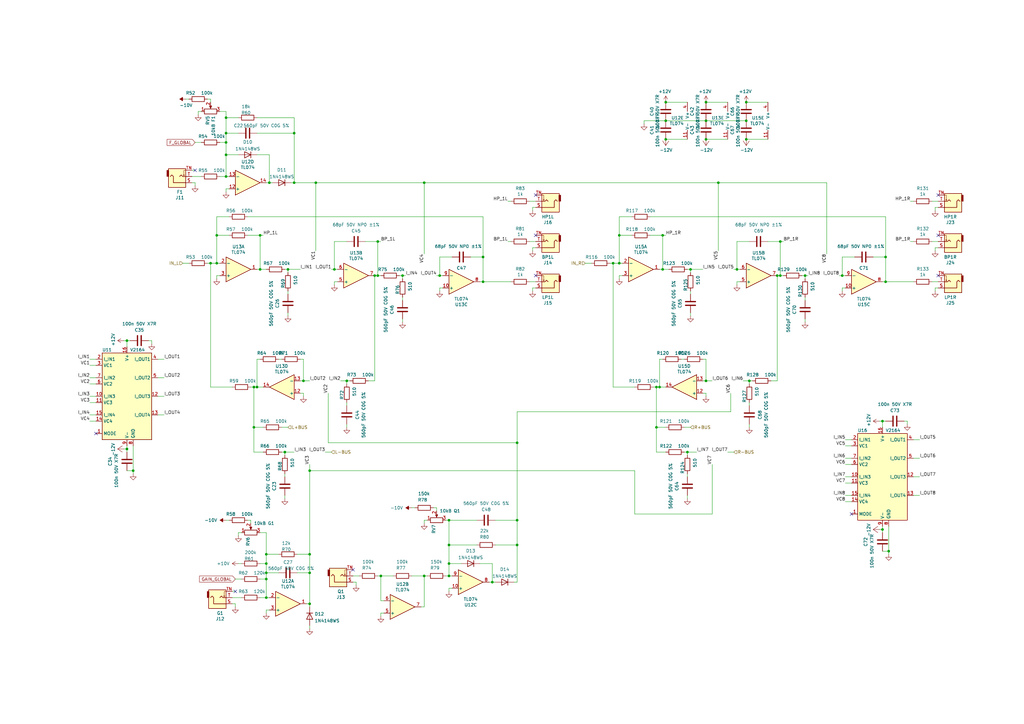
<source format=kicad_sch>
(kicad_sch (version 20230121) (generator eeschema)
  (paper "A3")
  (lib_symbols
    (symbol "Amplifier_Operational:TL074" (pin_names (offset 0.127))
      (property "Reference" "U" (at 0 5.08 0))
      (property "Value" "TL074" (at 0 -5.08 0))
      (symbol "TL074_1_1"
        (pin output line (at 7.62 0 180) (length 2.54) (name "~") (number "1"))
        (pin input line (at -7.62 -2.54 0) (length 2.54) (name "-") (number "2"))
        (pin input line (at -7.62 2.54 0) (length 2.54) (name "+") (number "3"))
      )
      (symbol "TL074_2_1"
        (pin input line (at -7.62 2.54 0) (length 2.54) (name "+") (number "5"))
        (pin input line (at -7.62 -2.54 0) (length 2.54) (name "-") (number "6"))
        (pin output line (at 7.62 0 180) (length 2.54) (name "~") (number "7"))
      )
      (symbol "TL074_3_1"
        (pin input line (at -7.62 2.54 0) (length 2.54) (name "+") (number "10"))
        (pin output line (at 7.62 0 180) (length 2.54) (name "~") (number "8"))
        (pin input line (at -7.62 -2.54 0) (length 2.54) (name "-") (number "9"))
      )
      (symbol "TL074_4_1"
        (pin input line (at -7.62 2.54 0) (length 2.54) (name "+") (number "12"))
        (pin input line (at -7.62 -2.54 0) (length 2.54) (name "-") (number "13"))
        (pin output line (at 7.62 0 180) (length 2.54) (name "~") (number "14"))
      )
      (symbol "TL074_5_1"
        (pin power_in line (at -2.54 -7.62 90) (length 3.81) (name "V-") (number "11"))
        (pin power_in line (at -2.54 7.62 270) (length 3.81) (name "V+") (number "4"))
      )
    )
    (symbol "Audio:SSI2164"
      (property "Reference" "U" (at -7.62 19.05 0))
      (property "Value" "SSI2164" (at 5.08 19.05 0))
      (symbol "SSI2164_1_1"
        (pin passive line (at -12.7 -15.24 0) (length 2.54) (name "MODE") (number "1"))
        (pin input line (at -12.7 0 0) (length 2.54) (name "I_IN3") (number "10"))
        (pin passive line (at -12.7 -2.54 0) (length 2.54) (name "VC3") (number "11"))
        (pin output line (at 12.7 0 180) (length 2.54) (name "I_OUT3") (number "12"))
        (pin output line (at 12.7 -7.62 180) (length 2.54) (name "I_OUT4") (number "13"))
        (pin passive line (at -12.7 -10.16 0) (length 2.54) (name "VC4") (number "14"))
        (pin input line (at -12.7 -7.62 0) (length 2.54) (name "I_IN4") (number "15"))
        (pin power_in line (at 0 20.32 270) (length 2.54) (name "V+") (number "16"))
        (pin input line (at -12.7 15.24 0) (length 2.54) (name "I_IN1") (number "2"))
        (pin passive line (at -12.7 12.7 0) (length 2.54) (name "VC1") (number "3"))
        (pin output line (at 12.7 15.24 180) (length 2.54) (name "I_OUT1") (number "4"))
        (pin output line (at 12.7 7.62 180) (length 2.54) (name "I_OUT2") (number "5"))
        (pin passive line (at -12.7 5.08 0) (length 2.54) (name "VC2") (number "6"))
        (pin input line (at -12.7 7.62 0) (length 2.54) (name "I_IN2") (number "7"))
        (pin power_in line (at 2.54 -20.32 90) (length 2.54) (name "GND") (number "8"))
        (pin power_in line (at 0 -20.32 90) (length 2.54) (name "V-") (number "9"))
      )
    )
    (symbol "Device:C" (pin_numbers hide) (pin_names (offset 0.254))
      (property "Reference" "C" (at 0.635 2.54 0))
      (property "Value" "C" (at 0.635 -2.54 0))
      (symbol "C_1_1"
        (pin passive line (at 0 3.81 270) (length 2.794) (name "~") (number "1"))
        (pin passive line (at 0 -3.81 90) (length 2.794) (name "~") (number "2"))
      )
    )
    (symbol "Device:R" (pin_numbers hide) (pin_names (offset 0))
      (property "Reference" "R" (at 2.032 0 90))
      (property "Value" "R" (at 0 0 90))
      (symbol "R_1_1"
        (pin passive line (at 0 3.81 270) (length 1.27) (name "~") (number "1"))
        (pin passive line (at 0 -3.81 90) (length 1.27) (name "~") (number "2"))
      )
    )
    (symbol "Device:R_POT" (pin_names (offset 1.016) hide)
      (property "Reference" "RV" (at -4.445 0 90))
      (property "Value" "Device_R_POT" (at -2.54 0 90))
      (symbol "R_POT_1_1"
        (pin passive line (at 0 3.81 270) (length 1.27) (name "1") (number "1"))
        (pin passive line (at 3.81 0 180) (length 1.27) (name "2") (number "2"))
        (pin passive line (at 0 -3.81 90) (length 1.27) (name "3") (number "3"))
      )
    )
    (symbol "Diode:1N4148WS" (pin_numbers hide) (pin_names (offset 1.016) hide)
      (property "Reference" "D" (at 0 2.54 0))
      (property "Value" "1N4148WS" (at 0 -2.54 0))
      (symbol "1N4148WS_1_1"
        (pin passive line (at -3.81 0 0) (length 2.54) (name "K") (number "1"))
        (pin passive line (at 3.81 0 180) (length 2.54) (name "A") (number "2"))
      )
    )
    (symbol "MySynthParts:-12V" (power) (pin_names (offset 0))
      (property "Value" "MySynthParts_-12V" (at 0 3.556 0))
      (symbol "-12V_1_1"
        (pin power_in line (at 0 0 90) (length 0) hide (name "-12V") (number "1"))
      )
    )
    (symbol "ad633muliply-rescue:AudioJack2_Ground_Switch-Connector" (pin_names (offset 1.016))
      (property "Reference" "J" (at 0 8.89 0))
      (property "Value" "AudioJack2_Ground_Switch-Connector" (at 0 6.35 0))
      (symbol "AudioJack2_Ground_Switch-Connector_1_1"
        (pin passive line (at 5.08 2.54 180) (length 2.54) (name "~") (number "S"))
        (pin passive line (at 5.08 0 180) (length 2.54) (name "~") (number "T"))
        (pin passive line (at 5.08 -2.54 180) (length 2.54) (name "~") (number "TN"))
      )
    )
    (symbol "power:+10V" (power) (pin_names (offset 0))
      (property "Value" "+10V" (at 0 3.556 0))
      (symbol "+10V_1_1"
        (pin power_in line (at 0 0 90) (length 0) hide (name "+10V") (number "1"))
      )
    )
    (symbol "power:+12V" (power) (pin_names (offset 0))
      (property "Value" "+12V" (at 0 3.556 0))
      (symbol "+12V_1_1"
        (pin power_in line (at 0 0 90) (length 0) hide (name "+12V") (number "1"))
      )
    )
    (symbol "power:-10V" (power) (pin_names (offset 0))
      (property "Value" "-10V" (at 0 3.81 0))
      (symbol "-10V_0_0"
        (pin power_in line (at 0 0 90) (length 0) hide (name "-10V") (number "1"))
      )
    )
    (symbol "power:GNDA" (power) (pin_names (offset 0))
      (property "Value" "GNDA" (at 0 -3.81 0))
      (symbol "GNDA_1_1"
        (pin power_in line (at 0 0 270) (length 0) hide (name "GNDA") (number "1"))
      )
    )
  )
  (junction (at 184.15 213.36))
  (junction (at 154.94 113.03))
  (junction (at 104.14 175.26))
  (junction (at 154.94 99.06))
  (junction (at 363.22 115.57))
  (junction (at 127 227.33))
  (junction (at 184.15 236.22))
  (junction (at 361.95 217.17))
  (junction (at 184.15 223.52))
  (junction (at 212.09 223.52))
  (junction (at 283.21 110.49))
  (junction (at 127 193.04))
  (junction (at 281.94 185.42))
  (junction (at 289.56 156.21))
  (junction (at 52.07 139.7))
  (junction (at 153.67 113.03))
  (junction (at 92.71 58.42))
  (junction (at 109.22 227.33))
  (junction (at 86.36 107.95))
  (junction (at 289.56 57.15))
  (junction (at 330.2 113.03))
  (junction (at 306.07 41.91))
  (junction (at 364.49 226.06))
  (junction (at 361.95 172.72))
  (junction (at 307.34 156.21))
  (junction (at 92.71 63.5))
  (junction (at 271.78 110.49))
  (junction (at 106.68 96.52))
  (junction (at 110.49 74.93))
  (junction (at 173.99 74.93))
  (junction (at 254 107.95))
  (junction (at 88.9 107.95))
  (junction (at 92.71 54.61))
  (junction (at 180.34 113.03))
  (junction (at 184.15 231.14))
  (junction (at 120.65 74.93))
  (junction (at 52.07 184.15))
  (junction (at 251.46 107.95))
  (junction (at 109.22 237.49))
  (junction (at 118.11 110.49))
  (junction (at 129.54 74.93))
  (junction (at 289.56 41.91))
  (junction (at 124.46 156.21))
  (junction (at 302.26 110.49))
  (junction (at 212.09 181.61))
  (junction (at 318.77 113.03))
  (junction (at 320.04 99.06))
  (junction (at 165.1 113.03))
  (junction (at 363.22 105.41))
  (junction (at 254 96.52))
  (junction (at 105.41 158.75))
  (junction (at 92.71 72.39))
  (junction (at 173.99 236.22))
  (junction (at 306.07 57.15))
  (junction (at 142.24 156.21))
  (junction (at 269.24 175.26))
  (junction (at 137.16 110.49))
  (junction (at 198.12 115.57))
  (junction (at 273.05 57.15))
  (junction (at 269.24 158.75))
  (junction (at 201.93 238.76))
  (junction (at 104.14 158.75))
  (junction (at 320.04 113.03))
  (junction (at 212.09 213.36))
  (junction (at 120.65 54.61))
  (junction (at 127 234.95))
  (junction (at 109.22 245.11))
  (junction (at 106.68 110.49))
  (junction (at 306.07 49.53))
  (junction (at 294.64 74.93))
  (junction (at 289.56 49.53))
  (junction (at 92.71 48.26))
  (junction (at 156.21 236.22))
  (junction (at 127 247.65))
  (junction (at 270.51 158.75))
  (junction (at 109.22 234.95))
  (junction (at 273.05 41.91))
  (junction (at 88.9 96.52))
  (junction (at 116.84 185.42))
  (junction (at 273.05 49.53))
  (junction (at 198.12 105.41))
  (junction (at 54.61 193.04))
  (junction (at 271.78 96.52))
  (junction (at 345.44 113.03))
  (junction (at 109.22 231.14))
  (no_connect (at 384.81 80.01))
  (no_connect (at 349.25 210.82))
  (no_connect (at 219.71 96.52))
  (no_connect (at 96.52 242.57))
  (no_connect (at 80.01 69.85))
  (no_connect (at 219.71 113.03))
  (no_connect (at 384.81 96.52))
  (no_connect (at 219.71 80.01))
  (no_connect (at 384.81 113.03))
  (no_connect (at 39.37 177.8))
  (no_connect (at 144.78 233.68))
  (wire (pts (xy 125.73 247.65) (xy 127 247.65)))
  (wire (pts (xy 283.21 128.27) (xy 283.21 129.54)))
  (wire (pts (xy 106.68 231.14) (xy 109.22 231.14)))
  (wire (pts (xy 372.11 173.99) (xy 372.11 172.72)))
  (wire (pts (xy 109.22 234.95) (xy 109.22 237.49)))
  (wire (pts (xy 279.4 147.32) (xy 280.67 147.32)))
  (wire (pts (xy 318.77 113.03) (xy 318.77 156.21)))
  (wire (pts (xy 270.51 158.75) (xy 273.05 158.75)))
  (wire (pts (xy 218.44 86.36) (xy 218.44 85.09)))
  (wire (pts (xy 118.11 111.76) (xy 118.11 110.49)))
  (wire (pts (xy 179.07 113.03) (xy 180.34 113.03)))
  (wire (pts (xy 374.65 203.2) (xy 377.19 203.2)))
  (wire (pts (xy 36.83 162.56) (xy 39.37 162.56)))
  (wire (pts (xy 195.58 213.36) (xy 184.15 213.36)))
  (wire (pts (xy 36.83 170.18) (xy 39.37 170.18)))
  (wire (pts (xy 36.83 149.86) (xy 39.37 149.86)))
  (wire (pts (xy 163.83 113.03) (xy 165.1 113.03)))
  (wire (pts (xy 173.99 236.22) (xy 175.26 236.22)))
  (wire (pts (xy 142.24 173.99) (xy 142.24 175.26)))
  (wire (pts (xy 198.12 88.9) (xy 198.12 105.41)))
  (wire (pts (xy 289.56 41.91) (xy 298.45 41.91)))
  (wire (pts (xy 273.05 175.26) (xy 269.24 175.26)))
  (wire (pts (xy 116.84 203.2) (xy 116.84 204.47)))
  (wire (pts (xy 218.44 119.38) (xy 218.44 118.11)))
  (wire (pts (xy 361.95 215.9) (xy 361.95 217.17)))
  (wire (pts (xy 104.14 158.75) (xy 105.41 158.75)))
  (wire (pts (xy 106.68 96.52) (xy 106.68 110.49)))
  (wire (pts (xy 101.6 213.36) (xy 102.87 213.36)))
  (wire (pts (xy 254 96.52) (xy 254 107.95)))
  (wire (pts (xy 90.17 45.72) (xy 92.71 45.72)))
  (wire (pts (xy 118.11 110.49) (xy 123.19 110.49)))
  (wire (pts (xy 76.2 40.64) (xy 77.47 40.64)))
  (wire (pts (xy 260.35 210.82) (xy 260.35 193.04)))
  (wire (pts (xy 264.16 49.53) (xy 273.05 49.53)))
  (wire (pts (xy 300.99 110.49) (xy 302.26 110.49)))
  (wire (pts (xy 74.93 107.95) (xy 77.47 107.95)))
  (wire (pts (xy 281.94 185.42) (xy 281.94 186.69)))
  (wire (pts (xy 320.04 113.03) (xy 318.77 113.03)))
  (wire (pts (xy 124.46 161.29) (xy 123.19 161.29)))
  (wire (pts (xy 281.94 185.42) (xy 285.75 185.42)))
  (wire (pts (xy 383.54 86.36) (xy 383.54 85.09)))
  (wire (pts (xy 92.71 77.47) (xy 92.71 78.74)))
  (wire (pts (xy 201.93 238.76) (xy 203.2 238.76)))
  (wire (pts (xy 289.56 156.21) (xy 292.1 156.21)))
  (wire (pts (xy 92.71 54.61) (xy 92.71 58.42)))
  (wire (pts (xy 135.89 110.49) (xy 137.16 110.49)))
  (wire (pts (xy 292.1 190.5) (xy 292.1 210.82)))
  (wire (pts (xy 374.65 187.96) (xy 377.19 187.96)))
  (wire (pts (xy 64.77 170.18) (xy 67.31 170.18)))
  (wire (pts (xy 90.17 72.39) (xy 92.71 72.39)))
  (wire (pts (xy 137.16 110.49) (xy 138.43 110.49)))
  (wire (pts (xy 114.3 234.95) (xy 109.22 234.95)))
  (wire (pts (xy 280.67 185.42) (xy 281.94 185.42)))
  (wire (pts (xy 105.41 147.32) (xy 105.41 158.75)))
  (wire (pts (xy 269.24 185.42) (xy 269.24 175.26)))
  (wire (pts (xy 154.94 99.06) (xy 154.94 113.03)))
  (wire (pts (xy 109.22 231.14) (xy 109.22 234.95)))
  (wire (pts (xy 105.41 48.26) (xy 120.65 48.26)))
  (wire (pts (xy 260.35 210.82) (xy 292.1 210.82)))
  (wire (pts (xy 116.84 185.42) (xy 116.84 186.69)))
  (wire (pts (xy 177.8 208.28) (xy 179.07 208.28)))
  (wire (pts (xy 80.01 69.85) (xy 78.74 69.85)))
  (wire (pts (xy 78.74 74.93) (xy 80.01 74.93)))
  (wire (pts (xy 102.87 213.36) (xy 102.87 214.63)))
  (wire (pts (xy 154.94 113.03) (xy 153.67 113.03)))
  (wire (pts (xy 298.45 57.15) (xy 289.56 57.15)))
  (wire (pts (xy 88.9 107.95) (xy 90.17 107.95)))
  (wire (pts (xy 382.27 99.06) (xy 384.81 99.06)))
  (wire (pts (xy 95.25 247.65) (xy 96.52 247.65)))
  (wire (pts (xy 127 234.95) (xy 121.92 234.95)))
  (wire (pts (xy 217.17 82.55) (xy 219.71 82.55)))
  (wire (pts (xy 138.43 115.57) (xy 137.16 115.57)))
  (wire (pts (xy 64.77 147.32) (xy 67.31 147.32)))
  (wire (pts (xy 179.07 208.28) (xy 179.07 209.55)))
  (wire (pts (xy 383.54 85.09) (xy 384.81 85.09)))
  (wire (pts (xy 283.21 110.49) (xy 288.29 110.49)))
  (wire (pts (xy 123.19 156.21) (xy 124.46 156.21)))
  (wire (pts (xy 184.15 213.36) (xy 184.15 223.52)))
  (wire (pts (xy 52.07 139.7) (xy 52.07 142.24)))
  (wire (pts (xy 109.22 227.33) (xy 114.3 227.33)))
  (wire (pts (xy 382.27 82.55) (xy 384.81 82.55)))
  (wire (pts (xy 109.22 218.44) (xy 109.22 227.33)))
  (wire (pts (xy 344.17 113.03) (xy 345.44 113.03)))
  (wire (pts (xy 165.1 121.92) (xy 165.1 123.19)))
  (wire (pts (xy 116.84 194.31) (xy 116.84 195.58)))
  (wire (pts (xy 80.01 76.2) (xy 80.01 74.93)))
  (wire (pts (xy 88.9 96.52) (xy 88.9 107.95)))
  (wire (pts (xy 346.71 195.58) (xy 349.25 195.58)))
  (wire (pts (xy 105.41 158.75) (xy 107.95 158.75)))
  (wire (pts (xy 330.2 121.92) (xy 330.2 123.19)))
  (wire (pts (xy 307.34 156.21) (xy 307.34 157.48)))
  (wire (pts (xy 85.09 40.64) (xy 86.36 40.64)))
  (wire (pts (xy 107.95 175.26) (xy 104.14 175.26)))
  (wire (pts (xy 201.93 231.14) (xy 201.93 238.76)))
  (wire (pts (xy 330.2 130.81) (xy 330.2 132.08)))
  (wire (pts (xy 363.22 88.9) (xy 363.22 105.41)))
  (wire (pts (xy 144.78 236.22) (xy 147.32 236.22)))
  (wire (pts (xy 110.49 63.5) (xy 110.49 74.93)))
  (wire (pts (xy 271.78 110.49) (xy 270.51 110.49)))
  (wire (pts (xy 271.78 96.52) (xy 271.78 110.49)))
  (wire (pts (xy 281.94 57.15) (xy 273.05 57.15)))
  (wire (pts (xy 346.71 182.88) (xy 349.25 182.88)))
  (wire (pts (xy 266.7 88.9) (xy 363.22 88.9)))
  (wire (pts (xy 115.57 175.26) (xy 118.11 175.26)))
  (wire (pts (xy 173.99 236.22) (xy 168.91 236.22)))
  (wire (pts (xy 85.09 107.95) (xy 86.36 107.95)))
  (wire (pts (xy 328.93 113.03) (xy 330.2 113.03)))
  (wire (pts (xy 129.54 74.93) (xy 120.65 74.93)))
  (wire (pts (xy 283.21 111.76) (xy 283.21 110.49)))
  (wire (pts (xy 80.01 58.42) (xy 82.55 58.42)))
  (wire (pts (xy 266.7 96.52) (xy 271.78 96.52)))
  (wire (pts (xy 346.71 205.74) (xy 349.25 205.74)))
  (wire (pts (xy 383.54 119.38) (xy 383.54 118.11)))
  (wire (pts (xy 259.08 88.9) (xy 254 88.9)))
  (wire (pts (xy 93.98 88.9) (xy 88.9 88.9)))
  (wire (pts (xy 165.1 130.81) (xy 165.1 132.08)))
  (wire (pts (xy 181.61 113.03) (xy 180.34 113.03)))
  (wire (pts (xy 114.3 147.32) (xy 115.57 147.32)))
  (wire (pts (xy 124.46 162.56) (xy 124.46 161.29)))
  (wire (pts (xy 308.61 156.21) (xy 307.34 156.21)))
  (wire (pts (xy 52.07 184.15) (xy 52.07 185.42)))
  (wire (pts (xy 273.05 49.53) (xy 289.56 49.53)))
  (wire (pts (xy 361.95 217.17) (xy 361.95 218.44)))
  (wire (pts (xy 173.99 248.92) (xy 173.99 236.22)))
  (wire (pts (xy 92.71 48.26) (xy 97.79 48.26)))
  (wire (pts (xy 208.28 82.55) (xy 209.55 82.55)))
  (wire (pts (xy 203.2 213.36) (xy 212.09 213.36)))
  (wire (pts (xy 137.16 99.06) (xy 137.16 110.49)))
  (wire (pts (xy 102.87 158.75) (xy 104.14 158.75)))
  (wire (pts (xy 161.29 236.22) (xy 156.21 236.22)))
  (wire (pts (xy 217.17 115.57) (xy 219.71 115.57)))
  (wire (pts (xy 180.34 105.41) (xy 185.42 105.41)))
  (wire (pts (xy 330.2 113.03) (xy 331.47 113.03)))
  (wire (pts (xy 156.21 246.38) (xy 157.48 246.38)))
  (wire (pts (xy 294.64 74.93) (xy 173.99 74.93)))
  (wire (pts (xy 90.17 58.42) (xy 92.71 58.42)))
  (wire (pts (xy 97.79 231.14) (xy 99.06 231.14)))
  (wire (pts (xy 93.98 77.47) (xy 92.71 77.47)))
  (wire (pts (xy 127 247.65) (xy 127 248.92)))
  (wire (pts (xy 81.28 46.99) (xy 81.28 45.72)))
  (wire (pts (xy 271.78 110.49) (xy 274.32 110.49)))
  (wire (pts (xy 251.46 107.95) (xy 254 107.95)))
  (wire (pts (xy 106.68 110.49) (xy 109.22 110.49)))
  (wire (pts (xy 269.24 158.75) (xy 270.51 158.75)))
  (wire (pts (xy 218.44 101.6) (xy 219.71 101.6)))
  (wire (pts (xy 184.15 223.52) (xy 195.58 223.52)))
  (wire (pts (xy 346.71 187.96) (xy 349.25 187.96)))
  (wire (pts (xy 254 107.95) (xy 255.27 107.95)))
  (wire (pts (xy 92.71 58.42) (xy 92.71 63.5)))
  (wire (pts (xy 374.65 180.34) (xy 377.19 180.34)))
  (wire (pts (xy 118.11 110.49) (xy 116.84 110.49)))
  (wire (pts (xy 218.44 85.09) (xy 219.71 85.09)))
  (wire (pts (xy 137.16 115.57) (xy 137.16 116.84)))
  (wire (pts (xy 97.79 54.61) (xy 92.71 54.61)))
  (wire (pts (xy 383.54 101.6) (xy 384.81 101.6)))
  (wire (pts (xy 217.17 99.06) (xy 219.71 99.06)))
  (wire (pts (xy 383.54 118.11) (xy 384.81 118.11)))
  (wire (pts (xy 184.15 236.22) (xy 185.42 236.22)))
  (wire (pts (xy 254 113.03) (xy 254 114.3)))
  (wire (pts (xy 288.29 147.32) (xy 289.56 147.32)))
  (wire (pts (xy 173.99 104.14) (xy 173.99 74.93)))
  (wire (pts (xy 361.95 217.17) (xy 360.68 217.17)))
  (wire (pts (xy 146.05 238.76) (xy 146.05 240.03)))
  (wire (pts (xy 193.04 105.41) (xy 198.12 105.41)))
  (wire (pts (xy 153.67 156.21) (xy 151.13 156.21)))
  (wire (pts (xy 81.28 45.72) (xy 82.55 45.72)))
  (wire (pts (xy 52.07 184.15) (xy 50.8 184.15)))
  (wire (pts (xy 270.51 147.32) (xy 270.51 158.75)))
  (wire (pts (xy 196.85 231.14) (xy 201.93 231.14)))
  (wire (pts (xy 364.49 215.9) (xy 364.49 226.06)))
  (wire (pts (xy 92.71 63.5) (xy 97.79 63.5)))
  (wire (pts (xy 184.15 231.14) (xy 184.15 236.22)))
  (wire (pts (xy 143.51 156.21) (xy 142.24 156.21)))
  (wire (pts (xy 210.82 238.76) (xy 212.09 238.76)))
  (wire (pts (xy 361.95 172.72) (xy 360.68 172.72)))
  (wire (pts (xy 78.74 72.39) (xy 82.55 72.39)))
  (wire (pts (xy 106.68 147.32) (xy 105.41 147.32)))
  (wire (pts (xy 363.22 115.57) (xy 374.65 115.57)))
  (wire (pts (xy 92.71 213.36) (xy 93.98 213.36)))
  (wire (pts (xy 339.09 74.93) (xy 294.64 74.93)))
  (wire (pts (xy 346.71 180.34) (xy 349.25 180.34)))
  (wire (pts (xy 109.22 74.93) (xy 110.49 74.93)))
  (wire (pts (xy 156.21 236.22) (xy 156.21 246.38)))
  (wire (pts (xy 218.44 118.11) (xy 219.71 118.11)))
  (wire (pts (xy 289.56 162.56) (xy 289.56 161.29)))
  (wire (pts (xy 180.34 113.03) (xy 180.34 105.41)))
  (wire (pts (xy 212.09 213.36) (xy 212.09 223.52)))
  (wire (pts (xy 116.84 185.42) (xy 120.65 185.42)))
  (wire (pts (xy 299.72 161.29) (xy 299.72 168.91)))
  (wire (pts (xy 86.36 107.95) (xy 88.9 107.95)))
  (wire (pts (xy 127 256.54) (xy 127 257.81)))
  (wire (pts (xy 107.95 185.42) (xy 104.14 185.42)))
  (wire (pts (xy 127 190.5) (xy 127 193.04)))
  (wire (pts (xy 173.99 214.63) (xy 173.99 213.36)))
  (wire (pts (xy 96.52 237.49) (xy 99.06 237.49)))
  (wire (pts (xy 88.9 88.9) (xy 88.9 96.52)))
  (wire (pts (xy 119.38 74.93) (xy 120.65 74.93)))
  (wire (pts (xy 127 227.33) (xy 127 234.95)))
  (wire (pts (xy 64.77 162.56) (xy 67.31 162.56)))
  (wire (pts (xy 254 88.9) (xy 254 96.52)))
  (wire (pts (xy 271.78 147.32) (xy 270.51 147.32)))
  (wire (pts (xy 255.27 113.03) (xy 254 113.03)))
  (wire (pts (xy 96.52 248.92) (xy 96.52 247.65)))
  (wire (pts (xy 121.92 227.33) (xy 127 227.33)))
  (wire (pts (xy 139.7 156.21) (xy 142.24 156.21)))
  (wire (pts (xy 307.34 165.1) (xy 307.34 166.37)))
  (wire (pts (xy 104.14 185.42) (xy 104.14 175.26)))
  (wire (pts (xy 124.46 147.32) (xy 124.46 156.21)))
  (wire (pts (xy 346.71 118.11) (xy 345.44 118.11)))
  (wire (pts (xy 383.54 102.87) (xy 383.54 101.6)))
  (wire (pts (xy 240.03 107.95) (xy 242.57 107.95)))
  (wire (pts (xy 120.65 54.61) (xy 120.65 48.26)))
  (wire (pts (xy 104.14 175.26) (xy 104.14 158.75)))
  (wire (pts (xy 267.97 158.75) (xy 269.24 158.75)))
  (wire (pts (xy 363.22 115.57) (xy 361.95 115.57)))
  (wire (pts (xy 168.91 208.28) (xy 170.18 208.28)))
  (wire (pts (xy 307.34 99.06) (xy 302.26 99.06)))
  (wire (pts (xy 363.22 105.41) (xy 363.22 115.57)))
  (wire (pts (xy 106.68 110.49) (xy 105.41 110.49)))
  (wire (pts (xy 109.22 250.19) (xy 109.22 251.46)))
  (wire (pts (xy 264.16 49.53) (xy 264.16 50.8)))
  (wire (pts (xy 110.49 250.19) (xy 109.22 250.19)))
  (wire (pts (xy 165.1 113.03) (xy 165.1 114.3)))
  (wire (pts (xy 106.68 237.49) (xy 109.22 237.49)))
  (wire (pts (xy 180.34 118.11) (xy 180.34 119.38)))
  (wire (pts (xy 127 193.04) (xy 260.35 193.04)))
  (wire (pts (xy 109.22 227.33) (xy 109.22 231.14)))
  (wire (pts (xy 189.23 231.14) (xy 184.15 231.14)))
  (wire (pts (xy 345.44 113.03) (xy 345.44 105.41)))
  (wire (pts (xy 201.93 238.76) (xy 200.66 238.76)))
  (wire (pts (xy 283.21 110.49) (xy 281.94 110.49)))
  (wire (pts (xy 320.04 99.06) (xy 320.04 113.03)))
  (wire (pts (xy 346.71 198.12) (xy 349.25 198.12)))
  (wire (pts (xy 53.34 139.7) (xy 52.07 139.7)))
  (wire (pts (xy 302.26 99.06) (xy 302.26 110.49)))
  (wire (pts (xy 382.27 115.57) (xy 384.81 115.57)))
  (wire (pts (xy 64.77 154.94) (xy 67.31 154.94)))
  (wire (pts (xy 273.05 41.91) (xy 281.94 41.91)))
  (wire (pts (xy 184.15 241.3) (xy 184.15 242.57)))
  (wire (pts (xy 129.54 74.93) (xy 173.99 74.93)))
  (wire (pts (xy 36.83 147.32) (xy 39.37 147.32)))
  (wire (pts (xy 273.05 185.42) (xy 269.24 185.42)))
  (wire (pts (xy 181.61 118.11) (xy 180.34 118.11)))
  (wire (pts (xy 86.36 40.64) (xy 86.36 41.91)))
  (wire (pts (xy 345.44 118.11) (xy 345.44 119.38)))
  (wire (pts (xy 184.15 223.52) (xy 184.15 231.14)))
  (wire (pts (xy 154.94 236.22) (xy 156.21 236.22)))
  (wire (pts (xy 62.23 140.97) (xy 62.23 139.7)))
  (wire (pts (xy 109.22 237.49) (xy 109.22 245.11)))
  (wire (pts (xy 106.68 218.44) (xy 109.22 218.44)))
  (wire (pts (xy 156.21 251.46) (xy 156.21 252.73)))
  (wire (pts (xy 129.54 74.93) (xy 129.54 102.87)))
  (wire (pts (xy 97.79 218.44) (xy 99.06 218.44)))
  (wire (pts (xy 142.24 165.1) (xy 142.24 166.37)))
  (wire (pts (xy 212.09 168.91) (xy 299.72 168.91)))
  (wire (pts (xy 289.56 49.53) (xy 306.07 49.53)))
  (wire (pts (xy 86.36 158.75) (xy 86.36 107.95)))
  (wire (pts (xy 373.38 82.55) (xy 374.65 82.55)))
  (wire (pts (xy 363.22 172.72) (xy 361.95 172.72)))
  (wire (pts (xy 92.71 72.39) (xy 93.98 72.39)))
  (wire (pts (xy 173.99 213.36) (xy 175.26 213.36)))
  (wire (pts (xy 96.52 242.57) (xy 95.25 242.57)))
  (wire (pts (xy 88.9 113.03) (xy 88.9 114.3)))
  (wire (pts (xy 105.41 54.61) (xy 120.65 54.61)))
  (wire (pts (xy 185.42 241.3) (xy 184.15 241.3)))
  (wire (pts (xy 283.21 119.38) (xy 283.21 120.65)))
  (wire (pts (xy 198.12 115.57) (xy 196.85 115.57)))
  (wire (pts (xy 124.46 156.21) (xy 127 156.21)))
  (wire (pts (xy 212.09 181.61) (xy 212.09 213.36)))
  (wire (pts (xy 212.09 168.91) (xy 212.09 181.61)))
  (wire (pts (xy 92.71 63.5) (xy 92.71 72.39)))
  (wire (pts (xy 142.24 99.06) (xy 137.16 99.06)))
  (wire (pts (xy 182.88 236.22) (xy 184.15 236.22)))
  (wire (pts (xy 118.11 119.38) (xy 118.11 120.65)))
  (wire (pts (xy 97.79 219.71) (xy 97.79 218.44)))
  (wire (pts (xy 298.45 185.42) (xy 300.99 185.42)))
  (wire (pts (xy 303.53 115.57) (xy 302.26 115.57)))
  (wire (pts (xy 157.48 251.46) (xy 156.21 251.46)))
  (wire (pts (xy 149.86 99.06) (xy 154.94 99.06)))
  (wire (pts (xy 259.08 96.52) (xy 254 96.52)))
  (wire (pts (xy 250.19 107.95) (xy 251.46 107.95)))
  (wire (pts (xy 198.12 105.41) (xy 198.12 115.57)))
  (wire (pts (xy 212.09 223.52) (xy 203.2 223.52)))
  (wire (pts (xy 123.19 147.32) (xy 124.46 147.32)))
  (wire (pts (xy 289.56 161.29) (xy 288.29 161.29)))
  (wire (pts (xy 92.71 45.72) (xy 92.71 48.26)))
  (wire (pts (xy 302.26 110.49) (xy 303.53 110.49)))
  (wire (pts (xy 127 234.95) (xy 127 247.65)))
  (wire (pts (xy 198.12 115.57) (xy 209.55 115.57)))
  (wire (pts (xy 208.28 99.06) (xy 209.55 99.06)))
  (wire (pts (xy 345.44 105.41) (xy 350.52 105.41)))
  (wire (pts (xy 260.35 158.75) (xy 251.46 158.75)))
  (wire (pts (xy 127 193.04) (xy 127 227.33)))
  (wire (pts (xy 212.09 238.76) (xy 212.09 223.52)))
  (wire (pts (xy 346.71 190.5) (xy 349.25 190.5)))
  (wire (pts (xy 269.24 175.26) (xy 269.24 158.75)))
  (wire (pts (xy 154.94 113.03) (xy 156.21 113.03)))
  (wire (pts (xy 346.71 203.2) (xy 349.25 203.2)))
  (wire (pts (xy 364.49 226.06) (xy 364.49 227.33)))
  (wire (pts (xy 302.26 115.57) (xy 302.26 116.84)))
  (wire (pts (xy 101.6 96.52) (xy 106.68 96.52)))
  (wire (pts (xy 109.22 245.11) (xy 110.49 245.11)))
  (wire (pts (xy 52.07 139.7) (xy 50.8 139.7)))
  (wire (pts (xy 374.65 195.58) (xy 377.19 195.58)))
  (wire (pts (xy 36.83 154.94) (xy 39.37 154.94)))
  (wire (pts (xy 373.38 99.06) (xy 374.65 99.06)))
  (wire (pts (xy 280.67 175.26) (xy 283.21 175.26)))
  (wire (pts (xy 288.29 156.21) (xy 289.56 156.21)))
  (wire (pts (xy 165.1 113.03) (xy 166.37 113.03)))
  (wire (pts (xy 314.96 57.15) (xy 306.07 57.15)))
  (wire (pts (xy 115.57 185.42) (xy 116.84 185.42)))
  (wire (pts (xy 182.88 213.36) (xy 184.15 213.36)))
  (wire (pts (xy 54.61 182.88) (xy 54.61 193.04)))
  (wire (pts (xy 36.83 172.72) (xy 39.37 172.72)))
  (wire (pts (xy 110.49 74.93) (xy 111.76 74.93)))
  (wire (pts (xy 95.25 245.11) (xy 99.06 245.11)))
  (wire (pts (xy 320.04 113.03) (xy 321.31 113.03)))
  (wire (pts (xy 364.49 226.06) (xy 361.95 226.06)))
  (wire (pts (xy 92.71 48.26) (xy 92.71 54.61)))
  (wire (pts (xy 106.68 245.11) (xy 109.22 245.11)))
  (wire (pts (xy 118.11 128.27) (xy 118.11 129.54)))
  (wire (pts (xy 101.6 88.9) (xy 198.12 88.9)))
  (wire (pts (xy 106.68 96.52) (xy 107.95 96.52)))
  (wire (pts (xy 281.94 194.31) (xy 281.94 195.58)))
  (wire (pts (xy 134.62 161.29) (xy 134.62 181.61)))
  (wire (pts (xy 154.94 99.06) (xy 156.21 99.06)))
  (wire (pts (xy 36.83 157.48) (xy 39.37 157.48)))
  (wire (pts (xy 314.96 99.06) (xy 320.04 99.06)))
  (wire (pts (xy 251.46 158.75) (xy 251.46 107.95)))
  (wire (pts (xy 339.09 104.14) (xy 339.09 74.93)))
  (wire (pts (xy 144.78 238.76) (xy 146.05 238.76)))
  (wire (pts (xy 95.25 158.75) (xy 86.36 158.75)))
  (wire (pts (xy 361.95 172.72) (xy 361.95 175.26)))
  (wire (pts (xy 372.11 172.72) (xy 370.84 172.72)))
  (wire (pts (xy 320.04 99.06) (xy 321.31 99.06)))
  (wire (pts (xy 93.98 96.52) (xy 88.9 96.52)))
  (wire (pts (xy 134.62 181.61) (xy 212.09 181.61)))
  (wire (pts (xy 133.35 185.42) (xy 135.89 185.42)))
  (wire (pts (xy 54.61 193.04) (xy 54.61 194.31)))
  (wire (pts (xy 90.17 113.03) (xy 88.9 113.03)))
  (wire (pts (xy 36.83 165.1) (xy 39.37 165.1)))
  (wire (pts (xy 153.67 113.03) (xy 153.67 156.21)))
  (wire (pts (xy 358.14 105.41) (xy 363.22 105.41)))
  (wire (pts (xy 142.24 156.21) (xy 142.24 157.48)))
  (wire (pts (xy 54.61 193.04) (xy 52.07 193.04)))
  (wire (pts (xy 172.72 248.92) (xy 173.99 248.92)))
  (wire (pts (xy 271.78 96.52) (xy 273.05 96.52)))
  (wire (pts (xy 62.23 139.7) (xy 60.96 139.7)))
  (wire (pts (xy 281.94 203.2) (xy 281.94 204.47)))
  (wire (pts (xy 120.65 74.93) (xy 120.65 54.61)))
  (wire (pts (xy 294.64 74.93) (xy 294.64 102.87)))
  (wire (pts (xy 52.07 182.88) (xy 52.07 184.15)))
  (wire (pts (xy 105.41 63.5) (xy 110.49 63.5)))
  (wire (pts (xy 330.2 113.03) (xy 330.2 114.3)))
  (wire (pts (xy 318.77 156.21) (xy 316.23 156.21)))
  (wire (pts (xy 307.34 173.99) (xy 307.34 175.26)))
  (wire (pts (xy 306.07 41.91) (xy 314.96 41.91)))
  (wire (pts (xy 218.44 102.87) (xy 218.44 101.6)))
  (wire (pts (xy 304.8 156.21) (xy 307.34 156.21)))
  (wire (pts (xy 346.71 113.03) (xy 345.44 113.03)))
  (wire (pts (xy 289.56 147.32) (xy 289.56 156.21)))
  (label "VC2" (at 134.62 161.29 90))
  (label "I_OUT5" (at 377.19 180.34 0))
  (label "I_IN5" (at 346.71 180.34 180))
  (label "BP_1R" (at 373.38 99.06 180))
  (label "VC2" (at 36.83 157.48 180))
  (label "VC3" (at 127 190.5 90))
  (label "BP_1L" (at 208.28 99.06 180))
  (label "I_IN4" (at 166.37 113.03 0))
  (label "I_OUT4" (at 67.31 170.18 0))
  (label "I_OUT3" (at 133.35 185.42 180))
  (label "VC4" (at 173.99 104.14 270))
  (label "I_OUT2" (at 67.31 154.94 0))
  (label "VC8" (at 339.09 104.14 270))
  (label "VC8" (at 346.71 205.74 180))
  (label "I_IN3" (at 120.65 185.42 0))
  (label "I_IN7" (at 346.71 195.58 180))
  (label "VC5" (at 294.64 102.87 270))
  (label "VC6" (at 299.72 161.29 90))
  (label "VC5" (at 346.71 182.88 180))
  (label "I_IN8" (at 331.47 113.03 0))
  (label "I_IN2" (at 139.7 156.21 180))
  (label "HP_1R" (at 373.38 82.55 180))
  (label "I_OUT6" (at 377.19 187.96 0))
  (label "I_OUT7" (at 377.19 195.58 0))
  (label "I_OUT6" (at 292.1 156.21 0))
  (label "VC7" (at 346.71 198.12 180))
  (label "I_IN7" (at 285.75 185.42 0))
  (label "I_IN4" (at 36.83 170.18 180))
  (label "I_OUT8" (at 377.19 203.2 0))
  (label "I_OUT5" (at 300.99 110.49 180))
  (label "I_OUT1" (at 135.89 110.49 180))
  (label "HP_1L" (at 208.28 82.55 180))
  (label "VC6" (at 346.71 190.5 180))
  (label "I_IN3" (at 36.83 162.56 180))
  (label "I_IN2" (at 36.83 154.94 180))
  (label "I_OUT1" (at 67.31 147.32 0))
  (label "BP_1R" (at 321.31 99.06 0))
  (label "I_OUT4" (at 179.07 113.03 180))
  (label "VC4" (at 36.83 172.72 180))
  (label "BP_1L" (at 156.21 99.06 0))
  (label "I_IN8" (at 346.71 203.2 180))
  (label "VC1" (at 129.54 102.87 270))
  (label "I_IN1" (at 36.83 147.32 180))
  (label "I_IN1" (at 123.19 110.49 0))
  (label "I_IN6" (at 346.71 187.96 180))
  (label "VC1" (at 36.83 149.86 180))
  (label "I_OUT7" (at 298.45 185.42 180))
  (label "I_IN6" (at 304.8 156.21 180))
  (label "I_OUT2" (at 127 156.21 0))
  (label "I_IN5" (at 288.29 110.49 0))
  (label "VC3" (at 36.83 165.1 180))
  (label "HP_1R" (at 273.05 96.52 0))
  (label "I_OUT8" (at 344.17 113.03 180))
  (label "I_OUT3" (at 67.31 162.56 0))
  (label "VC7" (at 292.1 190.5 90))
  (label "HP_1L" (at 107.95 96.52 0))
  (global_label "GAIN_GLOBAL" (shape input) (at 96.52 237.49 180) (property "Intersheetrefs" "${INTERSHEET_REFS}" (effects hide)))
  (global_label "F_GLOBAL" (shape input) (at 80.01 58.42 180) (property "Intersheetrefs" "${INTERSHEET_REFS}" (effects hide)))
  (hierarchical_label "R-BUS" (shape input) (at 300.99 185.42 0))
  (hierarchical_label "L-BUS" (shape input) (at 135.89 185.42 0))
  (hierarchical_label "IN_R" (shape input) (at 240.03 107.95 180))
  (hierarchical_label "IN_L" (shape input) (at 74.93 107.95 180))
  (hierarchical_label "R+BUS" (shape input) (at 283.21 175.26 0))
  (hierarchical_label "L+BUS" (shape input) (at 118.11 175.26 0))
  (symbol (lib_id "Device:R") (at 116.84 190.5 180) (unit 1)
    (property "Reference" "R68" (at 115.57 189.23 90) (effects (justify left top)))
    (property "Value" "510" (at 120.65 191.77 90) (effects (justify right top)))
    (property "Footprint" "Resistor_SMD:R_0402_1005Metric" (effects hide))
  )
  (symbol (lib_id "Device:C") (at 118.11 234.95 270) (unit 1)
    (property "Reference" "C27" (at 118.11 229.87 90) (effects (justify top)))
    (property "Value" "560pF 50V C0G 5%" (at 119.38 232.41 90) (effects (justify top)))
    (property "Footprint" "Capacitor_SMD:C_0603_1608Metric" (effects hide))
    (property "Datasheet" "https://datasheet.lcsc.com/lcsc/1810311111_Murata-Electronics-GRM1885C1H561JA01D_C97881.pdf" (effects hide))
    (property "LCSC" "C97881" (effects hide))
  )
  (symbol (lib_id "ad633muliply-rescue:AudioJack2_Ground_Switch-Connector") (at 224.79 82.55 180) (unit 1)
    (property "Reference" "J16" (at 224.6884 91.2368 0))
    (property "Value" "HP1L" (at 224.6884 88.9254 0))
    (property "Footprint" "kicad_jacks:Jack_3.5mm_QingPu_WQP-PJ398SM_Vertical_CircularHolesSMALL" (effects hide))
    (property "THT" "3" (effects hide))
  )
  (symbol (lib_id "Device:R") (at 151.13 236.22 90) (unit 1)
    (property "Reference" "R74" (at 152.4 233.68 90) (effects (justify left top)))
    (property "Value" "100k" (at 148.59 231.14 90) (effects (justify right top)))
    (property "Footprint" "Resistor_SMD:R_0402_1005Metric" (effects hide))
    (property "Datasheet" "https://datasheet.lcsc.com/lcsc/1811141827_Viking-Tech-AR02DTD1003_C319963.pdf" (effects hide))
    (property "LCSC" "C319963" (effects hide))
  )
  (symbol (lib_id "Device:R_POT") (at 86.36 45.72 90) (unit 1)
    (property "Reference" "RV5" (at 85.1916 47.498 0) (effects (justify right)))
    (property "Value" "10kB F1" (at 87.503 47.498 0) (effects (justify right)))
    (property "Footprint" "my:RD901F-ALPHA-POT" (effects hide))
    (property "THT" "5" (effects hide))
    (property "Name" "AX" (effects hide))
  )
  (symbol (lib_id "power:GNDA") (at 264.16 50.8 0) (mirror y) (unit 1)
    (property "Reference" "#PWR0181" (effects hide))
    (property "Value" "GNDA" (effects hide))
  )
  (symbol (lib_id "power:GNDA") (at 62.23 140.97 0) (mirror y) (unit 1)
    (property "Reference" "#PWR0169" (effects hide))
    (property "Value" "GNDA" (effects hide))
  )
  (symbol (lib_id "power:GNDA") (at 88.9 114.3 0) (mirror y) (unit 1)
    (property "Reference" "#PWR0193" (effects hide))
    (property "Value" "GNDA" (effects hide))
  )
  (symbol (lib_id "Device:R") (at 97.79 96.52 90) (unit 1)
    (property "Reference" "R57" (at 96.6216 94.742 90) (effects (justify left top)))
    (property "Value" "100k" (at 98.933 94.742 90) (effects (justify right top)))
    (property "Footprint" "Resistor_SMD:R_0402_1005Metric" (effects hide))
    (property "Datasheet" "https://datasheet.lcsc.com/lcsc/1811141827_Viking-Tech-AR02DTD1003_C319963.pdf" (effects hide))
    (property "LCSC" "C319963" (effects hide))
  )
  (symbol (lib_id "power:GNDA") (at 218.44 86.36 0) (unit 1)
    (property "Reference" "#PWR0202" (effects hide))
    (property "Value" "GNDA" (effects hide))
  )
  (symbol (lib_id "Device:R") (at 173.99 208.28 90) (unit 1)
    (property "Reference" "R78" (at 175.26 205.74 90) (effects (justify left top)))
    (property "Value" "150k" (at 171.45 203.2 90) (effects (justify right top)))
    (property "Footprint" "Resistor_SMD:R_0402_1005Metric" (effects hide))
  )
  (symbol (lib_id "Device:C") (at 101.6 54.61 270) (unit 1)
    (property "Reference" "C22" (at 97.79 50.8 90) (effects (justify top)))
    (property "Value" "560pF 50V C0G 5%" (at 109.22 50.8 90) (effects (justify top)))
    (property "Footprint" "Capacitor_SMD:C_0603_1608Metric" (effects hide))
    (property "Datasheet" "https://datasheet.lcsc.com/lcsc/1810311111_Murata-Electronics-GRM1885C1H561JA01D_C97881.pdf" (effects hide))
    (property "LCSC" "C97881" (effects hide))
  )
  (symbol (lib_id "Device:C") (at 306.07 45.72 0) (mirror x) (unit 1)
    (property "Reference" "C66" (at 299.6692 45.72 90) (effects (justify top)))
    (property "Value" "100n 50V X7R" (at 301.9806 45.72 90) (effects (justify top)))
    (property "Footprint" "Capacitor_SMD:C_0402_1005Metric" (effects hide))
    (property "Datasheet" "https://datasheet.lcsc.com/lcsc/1810191222_Samsung-Electro-Mechanics-CL05B104KB54PNC_C307331.pdf" (effects hide))
    (property "LCSC" "C307331" (effects hide))
  )
  (symbol (lib_id "Device:R") (at 179.07 236.22 90) (unit 1)
    (property "Reference" "R79" (at 180.34 233.68 90) (effects (justify left top)))
    (property "Value" "150k" (at 176.53 231.14 90) (effects (justify right top)))
    (property "Footprint" "Resistor_SMD:R_0402_1005Metric" (effects hide))
  )
  (symbol (lib_id "Device:C") (at 306.07 53.34 0) (mirror x) (unit 1)
    (property "Reference" "C67" (at 299.6692 53.34 90) (effects (justify top)))
    (property "Value" "100n 50V X7R" (at 301.9806 53.34 90) (effects (justify top)))
    (property "Footprint" "Capacitor_SMD:C_0402_1005Metric" (effects hide))
    (property "Datasheet" "https://datasheet.lcsc.com/lcsc/1810191222_Samsung-Electro-Mechanics-CL05B104KB54PNC_C307331.pdf" (effects hide))
    (property "LCSC" "C307331" (effects hide))
  )
  (symbol (lib_id "Amplifier_Operational:TL074") (at 279.4 49.53 0) (mirror y) (unit 5)
    (property "Reference" "U12" (at 280.4668 48.3616 0) (effects (justify left)))
    (property "Value" "TL074" (at 280.4668 50.673 0) (effects (justify left)))
    (property "Footprint" "Package_SO:SOIC-14_3.9x8.7mm_P1.27mm" (effects hide))
    (property "Datasheet" "http://www.ti.com/lit/ds/symlink/tl071.pdf" (effects hide))
    (property "LCSC" "C96507" (effects hide))
  )
  (symbol (lib_id "power:GNDA") (at 137.16 116.84 0) (mirror y) (unit 1)
    (property "Reference" "#PWR0195" (effects hide))
    (property "Value" "GNDA" (effects hide))
  )
  (symbol (lib_id "Device:R") (at 276.86 175.26 90) (unit 1)
    (property "Reference" "R121" (at 275.6916 173.482 90) (effects (justify left top)))
    (property "Value" "100k" (at 278.003 173.482 90) (effects (justify right top)))
    (property "Footprint" "Resistor_SMD:R_0402_1005Metric" (effects hide))
    (property "Datasheet" "https://datasheet.lcsc.com/lcsc/1811141827_Viking-Tech-AR02DTD1003_C319963.pdf" (effects hide))
    (property "LCSC" "C319963" (effects hide))
  )
  (symbol (lib_id "power:GNDA") (at 92.71 78.74 0) (mirror y) (unit 1)
    (property "Reference" "#PWR0136" (effects hide))
    (property "Value" "GNDA" (effects hide))
  )
  (symbol (lib_id "Device:R") (at 278.13 110.49 90) (unit 1)
    (property "Reference" "R123" (at 276.9616 108.712 90) (effects (justify left top)))
    (property "Value" "100k" (at 279.273 108.712 90) (effects (justify right top)))
    (property "Footprint" "Resistor_SMD:R_0402_1005Metric" (effects hide))
    (property "Datasheet" "https://datasheet.lcsc.com/lcsc/1811141827_Viking-Tech-AR02DTD1003_C319963.pdf" (effects hide))
    (property "LCSC" "C319963" (effects hide))
  )
  (symbol (lib_id "MySynthParts:-12V") (at 50.8 184.15 90) (mirror x) (unit 1)
    (property "Reference" "#PWR0171" (effects hide))
    (property "Value" "-12V" (at 46.4058 184.277 0))
  )
  (symbol (lib_id "Amplifier_Operational:TL074") (at 146.05 113.03 0) (mirror x) (unit 2)
    (property "Reference" "U13" (at 146.05 103.7082 0))
    (property "Value" "TL074" (at 146.05 106.0196 0))
    (property "Footprint" "Package_SO:SOIC-14_3.9x8.7mm_P1.27mm" (effects hide))
    (property "Datasheet" "http://www.ti.com/lit/ds/symlink/tl071.pdf" (effects hide))
    (property "LCSC" "C96507" (effects hide))
  )
  (symbol (lib_id "ad633muliply-rescue:AudioJack2_Ground_Switch-Connector") (at 139.7 236.22 0) (mirror x) (unit 1)
    (property "Reference" "J13" (at 139.8016 244.9068 0))
    (property "Value" "Q1" (at 139.8016 242.5954 0))
    (property "Footprint" "kicad_jacks:Jack_3.5mm_QingPu_WQP-PJ398SM_Vertical_CircularHolesSMALL" (effects hide))
    (property "THT" "3" (effects hide))
  )
  (symbol (lib_id "Device:R") (at 119.38 147.32 90) (unit 1)
    (property "Reference" "R71" (at 118.2116 145.542 90) (effects (justify left top)))
    (property "Value" "100k" (at 120.523 145.542 90) (effects (justify right top)))
    (property "Footprint" "Resistor_SMD:R_0402_1005Metric" (effects hide))
    (property "Datasheet" "https://datasheet.lcsc.com/lcsc/1811141827_Viking-Tech-AR02DTD1003_C319963.pdf" (effects hide))
    (property "LCSC" "C319963" (effects hide))
  )
  (symbol (lib_id "power:GNDA") (at 109.22 251.46 0) (mirror y) (unit 1)
    (property "Reference" "#PWR0182" (effects hide))
    (property "Value" "GNDA" (effects hide))
  )
  (symbol (lib_id "Device:R") (at 86.36 58.42 90) (unit 1)
    (property "Reference" "R54" (at 85.1916 56.642 90) (effects (justify left top)))
    (property "Value" "100k" (at 87.503 56.642 90) (effects (justify right top)))
    (property "Footprint" "Resistor_SMD:R_0402_1005Metric" (effects hide))
    (property "Datasheet" "https://datasheet.lcsc.com/lcsc/1811141827_Viking-Tech-AR02DTD1003_C319963.pdf" (effects hide))
    (property "LCSC" "C319963" (effects hide))
  )
  (symbol (lib_id "MySynthParts:-12V") (at 360.68 217.17 90) (mirror x) (unit 1)
    (property "Reference" "#PWR0251" (effects hide))
    (property "Value" "-12V" (at 356.2858 217.297 0))
  )
  (symbol (lib_id "power:GNDA") (at 142.24 175.26 0) (mirror y) (unit 1)
    (property "Reference" "#PWR0198" (effects hide))
    (property "Value" "GNDA" (effects hide))
  )
  (symbol (lib_id "Device:R") (at 97.79 88.9 90) (unit 1)
    (property "Reference" "R56" (at 96.6216 87.122 90) (effects (justify left top)))
    (property "Value" "100k" (at 98.933 87.122 90) (effects (justify right top)))
    (property "Footprint" "Resistor_SMD:R_0402_1005Metric" (effects hide))
    (property "Datasheet" "https://datasheet.lcsc.com/lcsc/1811141827_Viking-Tech-AR02DTD1003_C319963.pdf" (effects hide))
    (property "LCSC" "C319963" (effects hide))
  )
  (symbol (lib_id "Device:C") (at 199.39 213.36 270) (unit 1)
    (property "Reference" "C48" (at 199.39 208.28 90) (effects (justify top)))
    (property "Value" "560pF 50V C0G 5%" (at 199.39 205.74 90) (effects (justify top)))
    (property "Footprint" "Capacitor_SMD:C_0603_1608Metric" (effects hide))
    (property "Datasheet" "https://datasheet.lcsc.com/lcsc/1810311111_Murata-Electronics-GRM1885C1H561JA01D_C97881.pdf" (effects hide))
    (property "LCSC" "C97881" (effects hide))
  )
  (symbol (lib_id "Device:R") (at 110.49 147.32 90) (unit 1)
    (property "Reference" "R64" (at 109.3216 145.542 90) (effects (justify left top)))
    (property "Value" "100k" (at 111.633 145.542 90) (effects (justify right top)))
    (property "Footprint" "Resistor_SMD:R_0402_1005Metric" (effects hide))
    (property "Datasheet" "https://datasheet.lcsc.com/lcsc/1811141827_Viking-Tech-AR02DTD1003_C319963.pdf" (effects hide))
    (property "LCSC" "C319963" (effects hide))
  )
  (symbol (lib_id "Device:R") (at 307.34 161.29 180) (unit 1)
    (property "Reference" "R127" (at 306.07 160.02 90) (effects (justify left top)))
    (property "Value" "510" (at 311.15 162.56 90) (effects (justify right top)))
    (property "Footprint" "Resistor_SMD:R_0402_1005Metric" (effects hide))
  )
  (symbol (lib_id "ad633muliply-rescue:AudioJack2_Ground_Switch-Connector") (at 389.89 99.06 180) (unit 1)
    (property "Reference" "J24" (at 389.7884 107.7468 0))
    (property "Value" "BP1R" (at 389.7884 105.4354 0))
    (property "Footprint" "kicad_jacks:Jack_3.5mm_QingPu_WQP-PJ398SM_Vertical_CircularHolesSMALL" (effects hide))
    (property "THT" "3" (effects hide))
  )
  (symbol (lib_id "Amplifier_Operational:TL074") (at 311.15 113.03 0) (mirror x) (unit 2)
    (property "Reference" "U15" (at 311.15 103.7082 0))
    (property "Value" "TL074" (at 311.15 106.0196 0))
    (property "Footprint" "Package_SO:SOIC-14_3.9x8.7mm_P1.27mm" (effects hide))
    (property "Datasheet" "http://www.ti.com/lit/ds/symlink/tl071.pdf" (effects hide))
    (property "LCSC" "C96507" (effects hide))
  )
  (symbol (lib_id "power:+12V") (at 306.07 41.91 0) (mirror y) (unit 1)
    (property "Reference" "#PWR0242" (effects hide))
    (property "Value" "+12V" (at 305.689 37.5158 0))
  )
  (symbol (lib_id "power:GNDA") (at 124.46 162.56 0) (mirror y) (unit 1)
    (property "Reference" "#PWR0196" (effects hide))
    (property "Value" "GNDA" (effects hide))
  )
  (symbol (lib_id "Device:R") (at 81.28 40.64 90) (unit 1)
    (property "Reference" "R52" (at 80.1116 38.862 90) (effects (justify left top)))
    (property "Value" "100k" (at 82.423 38.862 90) (effects (justify right top)))
    (property "Footprint" "Resistor_SMD:R_0402_1005Metric" (effects hide))
    (property "Datasheet" "https://datasheet.lcsc.com/lcsc/1811141827_Viking-Tech-AR02DTD1003_C319963.pdf" (effects hide))
    (property "LCSC" "C319963" (effects hide))
  )
  (symbol (lib_id "power:+12V") (at 289.56 41.91 0) (mirror y) (unit 1)
    (property "Reference" "#PWR0179" (effects hide))
    (property "Value" "+12V" (at 289.179 37.5158 0))
  )
  (symbol (lib_id "Diode:1N4148WS") (at 101.6 63.5 180) (unit 1)
    (property "Reference" "D10" (at 101.6 58.2635 0))
    (property "Value" "1N4148WS" (at 101.6 61.0386 0))
    (property "Footprint" "Diode_SMD:D_SOD-323" (effects hide))
    (property "Datasheet" "https://datasheet.lcsc.com/lcsc/1810101110_Jiangsu-Changjing-Electronics-Technology-Co---Ltd--1N4148WS_C2128.pdf" (effects hide))
    (property "LCSC" "C2128" (effects hide))
  )
  (symbol (lib_id "Device:C") (at 289.56 45.72 0) (mirror x) (unit 1)
    (property "Reference" "C42" (at 283.1592 45.72 90) (effects (justify top)))
    (property "Value" "100n 50V X7R" (at 285.4706 45.72 90) (effects (justify top)))
    (property "Footprint" "Capacitor_SMD:C_0402_1005Metric" (effects hide))
    (property "Datasheet" "https://datasheet.lcsc.com/lcsc/1810191222_Samsung-Electro-Mechanics-CL05B104KB54PNC_C307331.pdf" (effects hide))
    (property "LCSC" "C307331" (effects hide))
  )
  (symbol (lib_id "Device:R") (at 111.76 185.42 90) (unit 1)
    (property "Reference" "R66" (at 110.5916 183.642 90) (effects (justify left top)))
    (property "Value" "100k" (at 112.903 183.642 90) (effects (justify right top)))
    (property "Footprint" "Resistor_SMD:R_0402_1005Metric" (effects hide))
    (property "Datasheet" "https://datasheet.lcsc.com/lcsc/1811141827_Viking-Tech-AR02DTD1003_C319963.pdf" (effects hide))
    (property "LCSC" "C319963" (effects hide))
  )
  (symbol (lib_id "Diode:1N4148WS") (at 193.04 231.14 180) (unit 1)
    (property "Reference" "D13" (at 193.04 225.9035 0))
    (property "Value" "1N4148WS" (at 193.04 228.6786 0))
    (property "Footprint" "Diode_SMD:D_SOD-323" (effects hide))
    (property "Datasheet" "https://datasheet.lcsc.com/lcsc/1810101110_Jiangsu-Changjing-Electronics-Technology-Co---Ltd--1N4148WS_C2128.pdf" (effects hide))
    (property "LCSC" "C2128" (effects hide))
  )
  (symbol (lib_id "Device:R") (at 113.03 110.49 90) (unit 1)
    (property "Reference" "R67" (at 111.8616 108.712 90) (effects (justify left top)))
    (property "Value" "100k" (at 114.173 108.712 90) (effects (justify right top)))
    (property "Footprint" "Resistor_SMD:R_0402_1005Metric" (effects hide))
    (property "Datasheet" "https://datasheet.lcsc.com/lcsc/1811141827_Viking-Tech-AR02DTD1003_C319963.pdf" (effects hide))
    (property "LCSC" "C319963" (effects hide))
  )
  (symbol (lib_id "power:GNDA") (at 307.34 175.26 0) (mirror y) (unit 1)
    (property "Reference" "#PWR0249" (effects hide))
    (property "Value" "GNDA" (effects hide))
  )
  (symbol (lib_id "Amplifier_Operational:TL074") (at 280.67 158.75 180) (unit 4)
    (property "Reference" "U15" (at 280.67 149.4282 0) (effects (justify bottom)))
    (property "Value" "TL074" (at 280.67 151.7396 0) (effects (justify bottom)))
    (property "Footprint" "Package_SO:SOIC-14_3.9x8.7mm_P1.27mm" (effects hide))
    (property "Datasheet" "http://www.ti.com/lit/ds/symlink/tl071.pdf" (effects hide))
    (property "LCSC" "C96507" (effects hide))
  )
  (symbol (lib_id "Device:C") (at 281.94 199.39 0) (unit 1)
    (property "Reference" "C64" (at 276.86 199.39 90) (effects (justify top)))
    (property "Value" "560pF 50V C0G 5%" (at 274.32 199.39 90) (effects (justify top)))
    (property "Footprint" "Capacitor_SMD:C_0603_1608Metric" (effects hide))
    (property "Datasheet" "https://datasheet.lcsc.com/lcsc/1810311111_Murata-Electronics-GRM1885C1H561JA01D_C97881.pdf" (effects hide))
    (property "LCSC" "C97881" (effects hide))
  )
  (symbol (lib_id "Amplifier_Operational:TL074") (at 193.04 238.76 0) (mirror x) (unit 3)
    (property "Reference" "U12" (at 193.04 248.0818 0))
    (property "Value" "TL074" (at 193.04 245.7704 0))
    (property "Footprint" "Package_SO:SOIC-14_3.9x8.7mm_P1.27mm" (effects hide))
    (property "Datasheet" "http://www.ti.com/lit/ds/symlink/tl071.pdf" (effects hide))
    (property "LCSC" "C96507" (effects hide))
  )
  (symbol (lib_id "ad633muliply-rescue:AudioJack2_Ground_Switch-Connector") (at 389.89 82.55 180) (unit 1)
    (property "Reference" "J23" (at 389.7884 91.2368 0))
    (property "Value" "HP1R" (at 389.7884 88.9254 0))
    (property "Footprint" "kicad_jacks:Jack_3.5mm_QingPu_WQP-PJ398SM_Vertical_CircularHolesSMALL" (effects hide))
    (property "THT" "3" (effects hide))
  )
  (symbol (lib_id "Device:C") (at 361.95 222.25 0) (mirror x) (unit 1)
    (property "Reference" "C72" (at 354.33 222.25 90) (effects (justify top)))
    (property "Value" "100n 50V X7R" (at 356.87 226.06 90) (effects (justify top)))
    (property "Footprint" "Capacitor_SMD:C_0402_1005Metric" (effects hide))
    (property "Datasheet" "https://datasheet.lcsc.com/lcsc/1810191222_Samsung-Electro-Mechanics-CL05B104KB54PNC_C307331.pdf" (effects hide))
    (property "LCSC" "C307331" (effects hide))
  )
  (symbol (lib_id "power:GNDA") (at 383.54 102.87 0) (unit 1)
    (property "Reference" "#PWR0247" (effects hide))
    (property "Value" "GNDA" (effects hide))
  )
  (symbol (lib_id "power:-10V") (at 168.91 208.28 90) (unit 1)
    (property "Reference" "#PWR0192" (effects hide))
    (property "Value" "-10V" (at 160.02 208.28 90) (effects (justify right)))
  )
  (symbol (lib_id "Device:C") (at 142.24 170.18 0) (mirror y) (unit 1)
    (property "Reference" "C44" (at 147.32 170.18 90) (effects (justify top)))
    (property "Value" "560pF 50V C0G 5%" (at 149.86 170.18 90) (effects (justify top)))
    (property "Footprint" "Capacitor_SMD:C_0603_1608Metric" (effects hide))
    (property "Datasheet" "https://datasheet.lcsc.com/lcsc/1810311111_Murata-Electronics-GRM1885C1H561JA01D_C97881.pdf" (effects hide))
    (property "LCSC" "C97881" (effects hide))
  )
  (symbol (lib_id "power:GNDA") (at 345.44 119.38 0) (mirror y) (unit 1)
    (property "Reference" "#PWR0240" (effects hide))
    (property "Value" "GNDA" (effects hide))
  )
  (symbol (lib_id "Device:R_POT") (at 179.07 213.36 90) (unit 1)
    (property "Reference" "RV7" (at 177.9016 215.138 0) (effects (justify right)))
    (property "Value" "10kB Q1" (at 180.34 209.55 90) (effects (justify right)))
    (property "Footprint" "my:RD901F-ALPHA-POT" (effects hide))
    (property "THT" "5" (effects hide))
    (property "Name" "AX" (effects hide))
  )
  (symbol (lib_id "power:+12V") (at 360.68 172.72 90) (unit 1)
    (property "Reference" "#PWR0254" (effects hide))
    (property "Value" "+12V" (at 356.2858 172.339 0))
  )
  (symbol (lib_id "power:GNDA") (at 118.11 129.54 0) (mirror y) (unit 1)
    (property "Reference" "#PWR0194" (effects hide))
    (property "Value" "GNDA" (effects hide))
  )
  (symbol (lib_id "Device:C") (at 165.1 127 0) (unit 1)
    (property "Reference" "C46" (at 160.02 127 90) (effects (justify top)))
    (property "Value" "560pF 50V C0G 5%" (at 157.48 127 90) (effects (justify top)))
    (property "Footprint" "Capacitor_SMD:C_0603_1608Metric" (effects hide))
    (property "Datasheet" "https://datasheet.lcsc.com/lcsc/1810311111_Murata-Electronics-GRM1885C1H561JA01D_C97881.pdf" (effects hide))
    (property "LCSC" "C97881" (effects hide))
  )
  (symbol (lib_id "power:GNDA") (at 383.54 119.38 0) (unit 1)
    (property "Reference" "#PWR0246" (effects hide))
    (property "Value" "GNDA" (effects hide))
  )
  (symbol (lib_id "power:GNDA") (at 97.79 219.71 0) (mirror y) (unit 1)
    (property "Reference" "#PWR0184" (effects hide))
    (property "Value" "GNDA" (effects hide))
  )
  (symbol (lib_id "Device:R") (at 264.16 158.75 90) (unit 1)
    (property "Reference" "R119" (at 262.9916 156.972 90) (effects (justify left top)))
    (property "Value" "100k" (at 265.303 156.972 90) (effects (justify right top)))
    (property "Footprint" "Resistor_SMD:R_0402_1005Metric" (effects hide))
    (property "Datasheet" "https://datasheet.lcsc.com/lcsc/1811141827_Viking-Tech-AR02DTD1003_C319963.pdf" (effects hide))
    (property "LCSC" "C319963" (effects hide))
  )
  (symbol (lib_id "Audio:SSI2164") (at 52.07 162.56 0) (unit 1)
    (property "Reference" "U11" (at 41.91 143.51 0) (effects (justify left)))
    (property "Value" "V2164" (at 53.34 143.51 0) (effects (justify left)))
    (property "Footprint" "Package_SO:SOIC-16_3.9x9.9mm_P1.27mm" (effects hide))
    (property "Datasheet" "http://www.soundsemiconductor.com/downloads/ssi2164datasheet.pdf" (effects hide))
  )
  (symbol (lib_id "power:GNDA") (at 96.52 248.92 0) (mirror y) (unit 1)
    (property "Reference" "#PWR0186" (effects hide))
    (property "Value" "GNDA" (effects hide))
  )
  (symbol (lib_id "Device:C") (at 273.05 45.72 0) (mirror x) (unit 1)
    (property "Reference" "C40" (at 266.6492 45.72 90) (effects (justify top)))
    (property "Value" "100n 50V X7R" (at 268.9606 45.72 90) (effects (justify top)))
    (property "Footprint" "Capacitor_SMD:C_0402_1005Metric" (effects hide))
    (property "Datasheet" "https://datasheet.lcsc.com/lcsc/1810191222_Samsung-Electro-Mechanics-CL05B104KB54PNC_C307331.pdf" (effects hide))
    (property "LCSC" "C307331" (effects hide))
  )
  (symbol (lib_id "Device:C") (at 52.07 189.23 0) (mirror x) (unit 1)
    (property "Reference" "C34" (at 44.45 189.23 90) (effects (justify top)))
    (property "Value" "100n 50V X7R" (at 46.99 193.04 90) (effects (justify top)))
    (property "Footprint" "Capacitor_SMD:C_0402_1005Metric" (effects hide))
    (property "Datasheet" "https://datasheet.lcsc.com/lcsc/1810191222_Samsung-Electro-Mechanics-CL05B104KB54PNC_C307331.pdf" (effects hide))
    (property "LCSC" "C307331" (effects hide))
  )
  (symbol (lib_id "power:GNDA") (at 156.21 252.73 0) (mirror y) (unit 1)
    (property "Reference" "#PWR0189" (effects hide))
    (property "Value" "GNDA" (effects hide))
  )
  (symbol (lib_id "Device:R") (at 276.86 185.42 90) (unit 1)
    (property "Reference" "R122" (at 275.6916 183.642 90) (effects (justify left top)))
    (property "Value" "100k" (at 278.003 183.642 90) (effects (justify right top)))
    (property "Footprint" "Resistor_SMD:R_0402_1005Metric" (effects hide))
    (property "Datasheet" "https://datasheet.lcsc.com/lcsc/1811141827_Viking-Tech-AR02DTD1003_C319963.pdf" (effects hide))
    (property "LCSC" "C319963" (effects hide))
  )
  (symbol (lib_id "Amplifier_Operational:TL074") (at 312.42 49.53 0) (mirror y) (unit 5)
    (property "Reference" "U15" (at 313.4868 48.3616 0) (effects (justify left)))
    (property "Value" "TL074" (at 313.4868 50.673 0) (effects (justify left)))
    (property "Footprint" "Package_SO:SOIC-14_3.9x8.7mm_P1.27mm" (effects hide))
    (property "Datasheet" "http://www.ti.com/lit/ds/symlink/tl071.pdf" (effects hide))
    (property "LCSC" "C96507" (effects hide))
  )
  (symbol (lib_id "power:GNDA") (at 218.44 119.38 0) (unit 1)
    (property "Reference" "#PWR0201" (effects hide))
    (property "Value" "GNDA" (effects hide))
  )
  (symbol (lib_id "Device:R") (at 102.87 245.11 90) (unit 1)
    (property "Reference" "R63" (at 101.7016 243.332 90) (effects (justify left top)))
    (property "Value" "120k" (at 104.013 243.332 90) (effects (justify right top)))
    (property "Footprint" "Resistor_SMD:R_0402_1005Metric" (effects hide))
  )
  (symbol (lib_id "Device:R") (at 160.02 113.03 90) (unit 1)
    (property "Reference" "R75" (at 158.8516 111.252 90) (effects (justify left top)))
    (property "Value" "100k" (at 161.163 111.252 90) (effects (justify right top)))
    (property "Footprint" "Resistor_SMD:R_0402_1005Metric" (effects hide))
    (property "Datasheet" "https://datasheet.lcsc.com/lcsc/1811141827_Viking-Tech-AR02DTD1003_C319963.pdf" (effects hide))
    (property "LCSC" "C319963" (effects hide))
  )
  (symbol (lib_id "Amplifier_Operational:TL074") (at 295.91 49.53 0) (mirror y) (unit 5)
    (property "Reference" "U13" (at 296.9768 48.3616 0) (effects (justify left)))
    (property "Value" "TL074" (at 296.9768 50.673 0) (effects (justify left)))
    (property "Footprint" "Package_SO:SOIC-14_3.9x8.7mm_P1.27mm" (effects hide))
    (property "Datasheet" "http://www.ti.com/lit/ds/symlink/tl071.pdf" (effects hide))
    (property "LCSC" "C96507" (effects hide))
  )
  (symbol (lib_id "Device:R") (at 102.87 231.14 90) (unit 1)
    (property "Reference" "R61" (at 104.14 229.87 90) (effects (justify left top)))
    (property "Value" "200k" (at 100.33 227.33 90) (effects (justify right top)))
    (property "Footprint" "Resistor_SMD:R_0402_1005Metric" (effects hide))
  )
  (symbol (lib_id "Device:R") (at 378.46 99.06 90) (mirror x) (unit 1)
    (property "Reference" "R132" (at 378.46 93.8022 90))
    (property "Value" "1k" (at 378.46 96.1136 90))
    (property "Footprint" "Resistor_SMD:R_0603_1608Metric" (effects hide))
    (property "Datasheet" "https://datasheet.lcsc.com/lcsc/2004231634_Resistor.Today-PTFR0603B1K00N9_C394536.pdf" (effects hide))
    (property "LCSC" "C394536" (effects hide))
  )
  (symbol (lib_id "power:GNDA") (at 184.15 242.57 0) (mirror y) (unit 1)
    (property "Reference" "#PWR0191" (effects hide))
    (property "Value" "GNDA" (effects hide))
  )
  (symbol (lib_id "Amplifier_Operational:TL074") (at 101.6 74.93 0) (mirror x) (unit 4)
    (property "Reference" "U12" (at 101.6 65.6082 0) (effects (justify bottom)))
    (property "Value" "TL074" (at 101.6 67.9196 0) (effects (justify bottom)))
    (property "Footprint" "Package_SO:SOIC-14_3.9x8.7mm_P1.27mm" (effects hide))
    (property "Datasheet" "http://www.ti.com/lit/ds/symlink/tl071.pdf" (effects hide))
    (property "LCSC" "C96507" (effects hide))
  )
  (symbol (lib_id "Device:R") (at 165.1 118.11 180) (unit 1)
    (property "Reference" "R76" (at 163.83 116.84 90) (effects (justify left top)))
    (property "Value" "510" (at 168.91 119.38 90) (effects (justify right top)))
    (property "Footprint" "Resistor_SMD:R_0402_1005Metric" (effects hide))
  )
  (symbol (lib_id "Device:R") (at 142.24 161.29 180) (unit 1)
    (property "Reference" "R72" (at 140.97 160.02 90) (effects (justify left top)))
    (property "Value" "510" (at 146.05 162.56 90) (effects (justify right top)))
    (property "Footprint" "Resistor_SMD:R_0402_1005Metric" (effects hide))
  )
  (symbol (lib_id "power:GNDA") (at 146.05 240.03 0) (mirror y) (unit 1)
    (property "Reference" "#PWR0188" (effects hide))
    (property "Value" "GNDA" (effects hide))
  )
  (symbol (lib_id "power:GNDA") (at 383.54 86.36 0) (unit 1)
    (property "Reference" "#PWR0248" (effects hide))
    (property "Value" "GNDA" (effects hide))
  )
  (symbol (lib_id "Device:R") (at 283.21 115.57 180) (unit 1)
    (property "Reference" "R125" (at 281.94 114.3 90) (effects (justify left top)))
    (property "Value" "510" (at 287.02 116.84 90) (effects (justify right top)))
    (property "Footprint" "Resistor_SMD:R_0402_1005Metric" (effects hide))
  )
  (symbol (lib_id "Device:C") (at 57.15 139.7 270) (unit 1)
    (property "Reference" "C35" (at 57.15 134.62 90) (effects (justify top)))
    (property "Value" "100n 50V X7R" (at 57.15 132.08 90) (effects (justify top)))
    (property "Footprint" "Capacitor_SMD:C_0402_1005Metric" (effects hide))
    (property "Datasheet" "https://datasheet.lcsc.com/lcsc/1810191222_Samsung-Electro-Mechanics-CL05B104KB54PNC_C307331.pdf" (effects hide))
    (property "LCSC" "C307331" (effects hide))
  )
  (symbol (lib_id "power:GNDA") (at 302.26 116.84 0) (mirror y) (unit 1)
    (property "Reference" "#PWR0244" (effects hide))
    (property "Value" "GNDA" (effects hide))
  )
  (symbol (lib_id "Device:C") (at 330.2 127 0) (unit 1)
    (property "Reference" "C70" (at 325.12 127 90) (effects (justify top)))
    (property "Value" "560pF 50V C0G 5%" (at 322.58 127 90) (effects (justify top)))
    (property "Footprint" "Capacitor_SMD:C_0603_1608Metric" (effects hide))
    (property "Datasheet" "https://datasheet.lcsc.com/lcsc/1810311111_Murata-Electronics-GRM1885C1H561JA01D_C97881.pdf" (effects hide))
    (property "LCSC" "C97881" (effects hide))
  )
  (symbol (lib_id "power:GNDA") (at 54.61 194.31 0) (mirror y) (unit 1)
    (property "Reference" "#PWR0168" (effects hide))
    (property "Value" "GNDA" (effects hide))
  )
  (symbol (lib_id "power:GNDA") (at 281.94 204.47 0) (mirror y) (unit 1)
    (property "Reference" "#PWR0255" (effects hide))
    (property "Value" "GNDA" (effects hide))
  )
  (symbol (lib_id "Amplifier_Operational:TL074") (at 97.79 110.49 0) (mirror x) (unit 1)
    (property "Reference" "U13" (at 97.79 101.1682 0))
    (property "Value" "TL074" (at 97.79 103.4796 0))
    (property "Footprint" "Package_SO:SOIC-14_3.9x8.7mm_P1.27mm" (effects hide))
    (property "Datasheet" "http://www.ti.com/lit/ds/symlink/tl071.pdf" (effects hide))
    (property "LCSC" "C96507" (effects hide))
  )
  (symbol (lib_id "Amplifier_Operational:TL074") (at 189.23 115.57 0) (mirror x) (unit 3)
    (property "Reference" "U13" (at 189.23 124.8918 0))
    (property "Value" "TL074" (at 189.23 122.5804 0))
    (property "Footprint" "Package_SO:SOIC-14_3.9x8.7mm_P1.27mm" (effects hide))
    (property "Datasheet" "http://www.ti.com/lit/ds/symlink/tl071.pdf" (effects hide))
    (property "LCSC" "C96507" (effects hide))
  )
  (symbol (lib_id "power:GNDA") (at 283.21 129.54 0) (mirror y) (unit 1)
    (property "Reference" "#PWR0245" (effects hide))
    (property "Value" "GNDA" (effects hide))
  )
  (symbol (lib_id "ad633muliply-rescue:AudioJack2_Ground_Switch-Connector") (at 224.79 115.57 180) (unit 1)
    (property "Reference" "J15" (at 224.6884 124.2568 0))
    (property "Value" "LP1L" (at 224.6884 121.9454 0))
    (property "Footprint" "kicad_jacks:Jack_3.5mm_QingPu_WQP-PJ398SM_Vertical_CircularHolesSMALL" (effects hide))
    (property "THT" "3" (effects hide))
  )
  (symbol (lib_id "Device:R") (at 147.32 156.21 90) (unit 1)
    (property "Reference" "R73" (at 146.1516 154.432 90) (effects (justify left top)))
    (property "Value" "100k" (at 148.463 154.432 90) (effects (justify right top)))
    (property "Footprint" "Resistor_SMD:R_0402_1005Metric" (effects hide))
    (property "Datasheet" "https://datasheet.lcsc.com/lcsc/1811141827_Viking-Tech-AR02DTD1003_C319963.pdf" (effects hide))
    (property "LCSC" "C319963" (effects hide))
  )
  (symbol (lib_id "Amplifier_Operational:TL074") (at 354.33 115.57 0) (mirror x) (unit 3)
    (property "Reference" "U15" (at 354.33 124.8918 0))
    (property "Value" "TL074" (at 354.33 122.5804 0))
    (property "Footprint" "Package_SO:SOIC-14_3.9x8.7mm_P1.27mm" (effects hide))
    (property "Datasheet" "http://www.ti.com/lit/ds/symlink/tl071.pdf" (effects hide))
    (property "LCSC" "C96507" (effects hide))
  )
  (symbol (lib_id "Audio:SSI2164") (at 361.95 195.58 0) (unit 1)
    (property "Reference" "U16" (at 351.79 176.53 0) (effects (justify left)))
    (property "Value" "V2164" (at 363.22 176.53 0) (effects (justify left)))
    (property "Footprint" "Package_SO:SOIC-16_3.9x9.9mm_P1.27mm" (effects hide))
    (property "Datasheet" "http://www.soundsemiconductor.com/downloads/ssi2164datasheet.pdf" (effects hide))
  )
  (symbol (lib_id "Device:R") (at 111.76 175.26 90) (unit 1)
    (property "Reference" "R65" (at 110.5916 173.482 90) (effects (justify left top)))
    (property "Value" "100k" (at 112.903 173.482 90) (effects (justify right top)))
    (property "Footprint" "Resistor_SMD:R_0402_1005Metric" (effects hide))
    (property "Datasheet" "https://datasheet.lcsc.com/lcsc/1811141827_Viking-Tech-AR02DTD1003_C319963.pdf" (effects hide))
    (property "LCSC" "C319963" (effects hide))
  )
  (symbol (lib_id "Device:R") (at 86.36 72.39 90) (unit 1)
    (property "Reference" "R55" (at 85.1916 70.612 90) (effects (justify left top)))
    (property "Value" "100k" (at 87.503 70.612 90) (effects (justify right top)))
    (property "Footprint" "Resistor_SMD:R_0402_1005Metric" (effects hide))
    (property "Datasheet" "https://datasheet.lcsc.com/lcsc/1811141827_Viking-Tech-AR02DTD1003_C319963.pdf" (effects hide))
    (property "LCSC" "C319963" (effects hide))
  )
  (symbol (lib_id "Device:R") (at 81.28 107.95 90) (unit 1)
    (property "Reference" "R53" (at 80.1116 106.172 90) (effects (justify left top)))
    (property "Value" "100k" (at 82.423 106.172 90) (effects (justify right top)))
    (property "Footprint" "Resistor_SMD:R_0402_1005Metric" (effects hide))
    (property "Datasheet" "https://datasheet.lcsc.com/lcsc/1811141827_Viking-Tech-AR02DTD1003_C319963.pdf" (effects hide))
    (property "LCSC" "C319963" (effects hide))
  )
  (symbol (lib_id "Device:C") (at 116.84 199.39 0) (unit 1)
    (property "Reference" "C23" (at 111.76 199.39 90) (effects (justify top)))
    (property "Value" "560pF 50V C0G 5%" (at 109.22 199.39 90) (effects (justify top)))
    (property "Footprint" "Capacitor_SMD:C_0603_1608Metric" (effects hide))
    (property "Datasheet" "https://datasheet.lcsc.com/lcsc/1810311111_Murata-Electronics-GRM1885C1H561JA01D_C97881.pdf" (effects hide))
    (property "LCSC" "C97881" (effects hide))
  )
  (symbol (lib_id "Device:C") (at 146.05 99.06 270) (unit 1)
    (property "Reference" "C45" (at 146.05 93.98 90) (effects (justify top)))
    (property "Value" "68pF 50V NP0 ±1%" (at 146.05 91.44 90) (effects (justify top)))
    (property "Footprint" "Capacitor_SMD:C_0402_1005Metric" (effects hide))
    (property "Datasheet" "https://datasheet.lcsc.com/lcsc/2211161830_YAGEO-CQ0402FRNPO9BN680_C5182453.pdf" (effects hide))
    (property "LCSC" "C5182453" (effects hide))
  )
  (symbol (lib_id "power:-10V") (at 92.71 213.36 90) (unit 1)
    (property "Reference" "#PWR0185" (effects hide))
    (property "Value" "-10V" (at 83.82 213.36 90) (effects (justify right)))
  )
  (symbol (lib_id "Diode:1N4148WS") (at 207.01 238.76 180) (unit 1)
    (property "Reference" "D14" (at 207.01 233.5235 0))
    (property "Value" "1N4148WS" (at 207.01 236.2986 0))
    (property "Footprint" "Diode_SMD:D_SOD-323" (effects hide))
    (property "Datasheet" "https://datasheet.lcsc.com/lcsc/1810101110_Jiangsu-Changjing-Electronics-Technology-Co---Ltd--1N4148WS_C2128.pdf" (effects hide))
    (property "LCSC" "C2128" (effects hide))
  )
  (symbol (lib_id "Device:R") (at 246.38 107.95 90) (unit 1)
    (property "Reference" "R116" (at 245.2116 106.172 90) (effects (justify left top)))
    (property "Value" "100k" (at 247.523 106.172 90) (effects (justify right top)))
    (property "Footprint" "Resistor_SMD:R_0402_1005Metric" (effects hide))
    (property "Datasheet" "https://datasheet.lcsc.com/lcsc/1811141827_Viking-Tech-AR02DTD1003_C319963.pdf" (effects hide))
    (property "LCSC" "C319963" (effects hide))
  )
  (symbol (lib_id "Device:C") (at 311.15 99.06 270) (unit 1)
    (property "Reference" "C69" (at 311.15 93.98 90) (effects (justify top)))
    (property "Value" "68pF 50V NP0 ±1%" (at 311.15 91.44 90) (effects (justify top)))
    (property "Footprint" "Capacitor_SMD:C_0402_1005Metric" (effects hide))
    (property "Datasheet" "https://datasheet.lcsc.com/lcsc/2211161830_YAGEO-CQ0402FRNPO9BN680_C5182453.pdf" (effects hide))
    (property "LCSC" "C5182453" (effects hide))
  )
  (symbol (lib_id "power:GNDA") (at 364.49 227.33 0) (mirror y) (unit 1)
    (property "Reference" "#PWR0252" (effects hide))
    (property "Value" "GNDA" (effects hide))
  )
  (symbol (lib_id "ad633muliply-rescue:AudioJack2_Ground_Switch-Connector") (at 224.79 99.06 180) (unit 1)
    (property "Reference" "J14" (at 224.6884 107.7468 0))
    (property "Value" "BP1L" (at 224.6884 105.4354 0))
    (property "Footprint" "kicad_jacks:Jack_3.5mm_QingPu_WQP-PJ398SM_Vertical_CircularHolesSMALL" (effects hide))
    (property "THT" "3" (effects hide))
  )
  (symbol (lib_id "Device:C") (at 118.11 124.46 0) (unit 1)
    (property "Reference" "C26" (at 113.03 124.46 90) (effects (justify top)))
    (property "Value" "560pF 50V C0G 5%" (at 110.49 124.46 90) (effects (justify top)))
    (property "Footprint" "Capacitor_SMD:C_0603_1608Metric" (effects hide))
    (property "Datasheet" "https://datasheet.lcsc.com/lcsc/1810311111_Murata-Electronics-GRM1885C1H561JA01D_C97881.pdf" (effects hide))
    (property "LCSC" "C97881" (effects hide))
  )
  (symbol (lib_id "ad633muliply-rescue:AudioJack2_Ground_Switch-Connector") (at 90.17 245.11 0) (mirror x) (unit 1)
    (property "Reference" "J12" (at 90.2716 253.7968 0))
    (property "Value" "G1" (at 90.2716 251.4854 0))
    (property "Footprint" "kicad_jacks:Jack_3.5mm_QingPu_WQP-PJ398SM_Vertical_CircularHolesSMALL" (effects hide))
    (property "THT" "3" (effects hide))
  )
  (symbol (lib_id "Device:R") (at 325.12 113.03 90) (unit 1)
    (property "Reference" "R129" (at 323.9516 111.252 90) (effects (justify left top)))
    (property "Value" "100k" (at 326.263 111.252 90) (effects (justify right top)))
    (property "Footprint" "Resistor_SMD:R_0402_1005Metric" (effects hide))
    (property "Datasheet" "https://datasheet.lcsc.com/lcsc/1811141827_Viking-Tech-AR02DTD1003_C319963.pdf" (effects hide))
    (property "LCSC" "C319963" (effects hide))
  )
  (symbol (lib_id "power:GNDA") (at 180.34 119.38 0) (mirror y) (unit 1)
    (property "Reference" "#PWR0200" (effects hide))
    (property "Value" "GNDA" (effects hide))
  )
  (symbol (lib_id "power:GNDA") (at 330.2 132.08 0) (mirror y) (unit 1)
    (property "Reference" "#PWR0241" (effects hide))
    (property "Value" "GNDA" (effects hide))
  )
  (symbol (lib_id "Device:C") (at 273.05 53.34 0) (mirror x) (unit 1)
    (property "Reference" "C41" (at 266.6492 53.34 90) (effects (justify top)))
    (property "Value" "100n 50V X7R" (at 268.9606 53.34 90) (effects (justify top)))
    (property "Footprint" "Capacitor_SMD:C_0402_1005Metric" (effects hide))
    (property "Datasheet" "https://datasheet.lcsc.com/lcsc/1810191222_Samsung-Electro-Mechanics-CL05B104KB54PNC_C307331.pdf" (effects hide))
    (property "LCSC" "C307331" (effects hide))
  )
  (symbol (lib_id "power:GNDA") (at 218.44 102.87 0) (unit 1)
    (property "Reference" "#PWR0203" (effects hide))
    (property "Value" "GNDA" (effects hide))
  )
  (symbol (lib_id "Device:R") (at 213.36 115.57 90) (mirror x) (unit 1)
    (property "Reference" "R82" (at 213.36 110.3122 90))
    (property "Value" "1k" (at 213.36 112.6236 90))
    (property "Footprint" "Resistor_SMD:R_0603_1608Metric" (effects hide))
    (property "Datasheet" "https://datasheet.lcsc.com/lcsc/2004231634_Resistor.Today-PTFR0603B1K00N9_C394536.pdf" (effects hide))
    (property "LCSC" "C394536" (effects hide))
  )
  (symbol (lib_id "Device:C") (at 283.21 124.46 0) (unit 1)
    (property "Reference" "C65" (at 278.13 124.46 90) (effects (justify top)))
    (property "Value" "560pF 50V C0G 5%" (at 275.59 124.46 90) (effects (justify top)))
    (property "Footprint" "Capacitor_SMD:C_0603_1608Metric" (effects hide))
    (property "Datasheet" "https://datasheet.lcsc.com/lcsc/1810311111_Murata-Electronics-GRM1885C1H561JA01D_C97881.pdf" (effects hide))
    (property "LCSC" "C97881" (effects hide))
  )
  (symbol (lib_id "Device:R") (at 101.6 48.26 90) (unit 1)
    (property "Reference" "R60" (at 102.87 46.99 90) (effects (justify left top)))
    (property "Value" "18k" (at 99.06 44.45 90) (effects (justify right top)))
    (property "Footprint" "Resistor_SMD:R_0402_1005Metric" (effects hide))
  )
  (symbol (lib_id "power:GNDA") (at 289.56 162.56 0) (mirror y) (unit 1)
    (property "Reference" "#PWR0250" (effects hide))
    (property "Value" "GNDA" (effects hide))
  )
  (symbol (lib_id "power:GNDA") (at 80.01 76.2 0) (mirror y) (unit 1)
    (property "Reference" "#PWR0127" (effects hide))
    (property "Value" "GNDA" (effects hide))
  )
  (symbol (lib_id "MySynthParts:-12V") (at 289.56 57.15 0) (mirror x) (unit 1)
    (property "Reference" "#PWR0178" (effects hide))
    (property "Value" "-12V" (at 289.687 61.5442 0))
  )
  (symbol (lib_id "Device:R") (at 378.46 82.55 90) (mirror x) (unit 1)
    (property "Reference" "R131" (at 378.46 77.2922 90))
    (property "Value" "1k" (at 378.46 79.6036 90))
    (property "Footprint" "Resistor_SMD:R_0603_1608Metric" (effects hide))
    (property "Datasheet" "https://datasheet.lcsc.com/lcsc/2004231634_Resistor.Today-PTFR0603B1K00N9_C394536.pdf" (effects hide))
    (property "LCSC" "C394536" (effects hide))
  )
  (symbol (lib_id "Amplifier_Operational:TL074") (at 262.89 110.49 0) (mirror x) (unit 1)
    (property "Reference" "U15" (at 262.89 101.1682 0))
    (property "Value" "TL074" (at 262.89 103.4796 0))
    (property "Footprint" "Package_SO:SOIC-14_3.9x8.7mm_P1.27mm" (effects hide))
    (property "Datasheet" "http://www.ti.com/lit/ds/symlink/tl071.pdf" (effects hide))
    (property "LCSC" "C96507" (effects hide))
  )
  (symbol (lib_id "Amplifier_Operational:TL074") (at 115.57 158.75 180) (unit 4)
    (property "Reference" "U13" (at 115.57 149.4282 0) (effects (justify bottom)))
    (property "Value" "TL074" (at 115.57 151.7396 0) (effects (justify bottom)))
    (property "Footprint" "Package_SO:SOIC-14_3.9x8.7mm_P1.27mm" (effects hide))
    (property "Datasheet" "http://www.ti.com/lit/ds/symlink/tl071.pdf" (effects hide))
    (property "LCSC" "C96507" (effects hide))
  )
  (symbol (lib_id "ad633muliply-rescue:AudioJack2_Ground_Switch-Connector") (at 73.66 72.39 0) (mirror x) (unit 1)
    (property "Reference" "J11" (at 73.7616 81.0768 0))
    (property "Value" "F1" (at 73.7616 78.7654 0))
    (property "Footprint" "kicad_jacks:Jack_3.5mm_QingPu_WQP-PJ398SM_Vertical_CircularHolesSMALL" (effects hide))
    (property "THT" "3" (effects hide))
  )
  (symbol (lib_id "Device:R") (at 262.89 88.9 90) (unit 1)
    (property "Reference" "R117" (at 261.7216 87.122 90) (effects (justify left top)))
    (property "Value" "100k" (at 264.033 87.122 90) (effects (justify right top)))
    (property "Footprint" "Resistor_SMD:R_0402_1005Metric" (effects hide))
    (property "Datasheet" "https://datasheet.lcsc.com/lcsc/1811141827_Viking-Tech-AR02DTD1003_C319963.pdf" (effects hide))
    (property "LCSC" "C319963" (effects hide))
  )
  (symbol (lib_id "power:GNDA") (at 165.1 132.08 0) (mirror y) (unit 1)
    (property "Reference" "#PWR0199" (effects hide))
    (property "Value" "GNDA" (effects hide))
  )
  (symbol (lib_id "power:+12V") (at 273.05 41.91 0) (mirror y) (unit 1)
    (property "Reference" "#PWR0180" (effects hide))
    (property "Value" "+12V" (at 272.669 37.5158 0))
  )
  (symbol (lib_id "Device:R") (at 97.79 213.36 90) (unit 1)
    (property "Reference" "R58" (at 96.6216 211.582 90) (effects (justify left top)))
    (property "Value" "100k" (at 98.933 211.582 90) (effects (justify right top)))
    (property "Footprint" "Resistor_SMD:R_0402_1005Metric" (effects hide))
    (property "Datasheet" "https://datasheet.lcsc.com/lcsc/1811141827_Viking-Tech-AR02DTD1003_C319963.pdf" (effects hide))
    (property "LCSC" "C319963" (effects hide))
  )
  (symbol (lib_id "Device:R") (at 281.94 190.5 180) (unit 1)
    (property "Reference" "R124" (at 280.67 189.23 90) (effects (justify left top)))
    (property "Value" "510" (at 285.75 191.77 90) (effects (justify right top)))
    (property "Footprint" "Resistor_SMD:R_0402_1005Metric" (effects hide))
  )
  (symbol (lib_id "Device:R") (at 99.06 158.75 90) (unit 1)
    (property "Reference" "R59" (at 97.8916 156.972 90) (effects (justify left top)))
    (property "Value" "100k" (at 100.203 156.972 90) (effects (justify right top)))
    (property "Footprint" "Resistor_SMD:R_0402_1005Metric" (effects hide))
    (property "Datasheet" "https://datasheet.lcsc.com/lcsc/1811141827_Viking-Tech-AR02DTD1003_C319963.pdf" (effects hide))
    (property "LCSC" "C319963" (effects hide))
  )
  (symbol (lib_id "power:GNDA") (at 116.84 204.47 0) (mirror y) (unit 1)
    (property "Reference" "#PWR0197" (effects hide))
    (property "Value" "GNDA" (effects hide))
  )
  (symbol (lib_id "Device:C") (at 354.33 105.41 270) (unit 1)
    (property "Reference" "C71" (at 354.33 109.22 90) (effects (justify top)))
    (property "Value" "68pF 50V NP0 ±1%" (at 353.06 100.33 90) (effects (justify top)))
    (property "Footprint" "Capacitor_SMD:C_0402_1005Metric" (effects hide))
    (property "Datasheet" "https://datasheet.lcsc.com/lcsc/2211161830_YAGEO-CQ0402FRNPO9BN680_C5182453.pdf" (effects hide))
    (property "LCSC" "C5182453" (effects hide))
  )
  (symbol (lib_id "power:GNDA") (at 372.11 173.99 0) (mirror y) (unit 1)
    (property "Reference" "#PWR0253" (effects hide))
    (property "Value" "GNDA" (effects hide))
  )
  (symbol (lib_id "Device:C") (at 189.23 105.41 270) (unit 1)
    (property "Reference" "C47" (at 189.23 109.22 90) (effects (justify top)))
    (property "Value" "68pF 50V NP0 ±1%" (at 187.96 100.33 90) (effects (justify top)))
    (property "Footprint" "Capacitor_SMD:C_0402_1005Metric" (effects hide))
    (property "Datasheet" "https://datasheet.lcsc.com/lcsc/2211161830_YAGEO-CQ0402FRNPO9BN680_C5182453.pdf" (effects hide))
    (property "LCSC" "C5182453" (effects hide))
  )
  (symbol (lib_id "Diode:1N4148WS") (at 115.57 74.93 180) (unit 1)
    (property "Reference" "D11" (at 115.57 69.6935 0))
    (property "Value" "1N4148WS" (at 115.57 72.4686 0))
    (property "Footprint" "Diode_SMD:D_SOD-323" (effects hide))
    (property "Datasheet" "https://datasheet.lcsc.com/lcsc/1810101110_Jiangsu-Changjing-Electronics-Technology-Co---Ltd--1N4148WS_C2128.pdf" (effects hide))
    (property "LCSC" "C2128" (effects hide))
  )
  (symbol (lib_id "Device:R_POT") (at 102.87 218.44 90) (unit 1)
    (property "Reference" "RV6" (at 101.7016 220.218 0) (effects (justify right)))
    (property "Value" "10kB G1" (at 104.14 214.63 90) (effects (justify right)))
    (property "Footprint" "my:RD901F-ALPHA-POT" (effects hide))
    (property "THT" "5" (effects hide))
    (property "Name" "AX" (effects hide))
  )
  (symbol (lib_id "Device:R") (at 213.36 99.06 90) (mirror x) (unit 1)
    (property "Reference" "R81" (at 213.36 93.8022 90))
    (property "Value" "1k" (at 213.36 96.1136 90))
    (property "Footprint" "Resistor_SMD:R_0603_1608Metric" (effects hide))
    (property "Datasheet" "https://datasheet.lcsc.com/lcsc/2004231634_Resistor.Today-PTFR0603B1K00N9_C394536.pdf" (effects hide))
    (property "LCSC" "C394536" (effects hide))
  )
  (symbol (lib_id "Device:R") (at 275.59 147.32 90) (unit 1)
    (property "Reference" "R120" (at 274.4216 145.542 90) (effects (justify left top)))
    (property "Value" "100k" (at 276.733 145.542 90) (effects (justify right top)))
    (property "Footprint" "Resistor_SMD:R_0402_1005Metric" (effects hide))
    (property "Datasheet" "https://datasheet.lcsc.com/lcsc/1811141827_Viking-Tech-AR02DTD1003_C319963.pdf" (effects hide))
    (property "LCSC" "C319963" (effects hide))
  )
  (symbol (lib_id "Amplifier_Operational:TL074") (at 118.11 247.65 0) (mirror x) (unit 1)
    (property "Reference" "U12" (at 118.11 238.3282 0))
    (property "Value" "TL074" (at 118.11 240.6396 0))
    (property "Footprint" "Package_SO:SOIC-14_3.9x8.7mm_P1.27mm" (effects hide))
    (property "Datasheet" "http://www.ti.com/lit/ds/symlink/tl071.pdf" (effects hide))
    (property "LCSC" "C96507" (effects hide))
  )
  (symbol (lib_id "Device:R") (at 213.36 82.55 90) (mirror x) (unit 1)
    (property "Reference" "R83" (at 213.36 77.2922 90))
    (property "Value" "1k" (at 213.36 79.6036 90))
    (property "Footprint" "Resistor_SMD:R_0603_1608Metric" (effects hide))
    (property "Datasheet" "https://datasheet.lcsc.com/lcsc/2004231634_Resistor.Today-PTFR0603B1K00N9_C394536.pdf" (effects hide))
    (property "LCSC" "C394536" (effects hide))
  )
  (symbol (lib_id "Device:R") (at 199.39 223.52 90) (unit 1)
    (property "Reference" "R80" (at 200.66 220.98 90) (effects (justify left top)))
    (property "Value" "22k" (at 196.85 218.44 90) (effects (justify right top)))
    (property "Footprint" "Resistor_SMD:R_0402_1005Metric" (effects hide))
  )
  (symbol (lib_id "Diode:1N4148WS") (at 127 252.73 270) (unit 1)
    (property "Reference" "D12" (at 129.032 251.8215 90) (effects (justify left)))
    (property "Value" "1N4148WS" (at 129.032 254.5966 90) (effects (justify left)))
    (property "Footprint" "Diode_SMD:D_SOD-323" (effects hide))
    (property "Datasheet" "https://datasheet.lcsc.com/lcsc/1810101110_Jiangsu-Changjing-Electronics-Technology-Co---Ltd--1N4148WS_C2128.pdf" (effects hide))
    (property "LCSC" "C2128" (effects hide))
  )
  (symbol (lib_id "Device:R") (at 262.89 96.52 90) (unit 1)
    (property "Reference" "R118" (at 261.7216 94.742 90) (effects (justify left top)))
    (property "Value" "100k" (at 264.033 94.742 90) (effects (justify right top)))
    (property "Footprint" "Resistor_SMD:R_0402_1005Metric" (effects hide))
    (property "Datasheet" "https://datasheet.lcsc.com/lcsc/1811141827_Viking-Tech-AR02DTD1003_C319963.pdf" (effects hide))
    (property "LCSC" "C319963" (effects hide))
  )
  (symbol (lib_id "Device:R") (at 165.1 236.22 90) (unit 1)
    (property "Reference" "R77" (at 166.37 233.68 90) (effects (justify left top)))
    (property "Value" "100k" (at 162.56 231.14 90) (effects (justify right top)))
    (property "Footprint" "Resistor_SMD:R_0402_1005Metric" (effects hide))
    (property "Datasheet" "https://datasheet.lcsc.com/lcsc/1811141827_Viking-Tech-AR02DTD1003_C319963.pdf" (effects hide))
    (property "LCSC" "C319963" (effects hide))
  )
  (symbol (lib_id "Device:R") (at 284.48 147.32 90) (unit 1)
    (property "Reference" "R126" (at 283.3116 145.542 90) (effects (justify left top)))
    (property "Value" "100k" (at 285.623 145.542 90) (effects (justify right top)))
    (property "Footprint" "Resistor_SMD:R_0402_1005Metric" (effects hide))
    (property "Datasheet" "https://datasheet.lcsc.com/lcsc/1811141827_Viking-Tech-AR02DTD1003_C319963.pdf" (effects hide))
    (property "LCSC" "C319963" (effects hide))
  )
  (symbol (lib_id "power:GNDA") (at 173.99 214.63 0) (mirror y) (unit 1)
    (property "Reference" "#PWR0190" (effects hide))
    (property "Value" "GNDA" (effects hide))
  )
  (symbol (lib_id "Device:R") (at 102.87 237.49 90) (unit 1)
    (property "Reference" "R62" (at 101.7016 235.712 90) (effects (justify left top)))
    (property "Value" "120k" (at 104.013 235.712 90) (effects (justify right top)))
    (property "Footprint" "Resistor_SMD:R_0402_1005Metric" (effects hide))
  )
  (symbol (lib_id "power:GNDA") (at 127 257.81 0) (mirror y) (unit 1)
    (property "Reference" "#PWR0187" (effects hide))
    (property "Value" "GNDA" (effects hide))
  )
  (symbol (lib_id "Device:R") (at 330.2 118.11 180) (unit 1)
    (property "Reference" "R130" (at 328.93 116.84 90) (effects (justify left top)))
    (property "Value" "510" (at 334.01 119.38 90) (effects (justify right top)))
    (property "Footprint" "Resistor_SMD:R_0402_1005Metric" (effects hide))
  )
  (symbol (lib_id "MySynthParts:-12V") (at 273.05 57.15 0) (mirror x) (unit 1)
    (property "Reference" "#PWR0177" (effects hide))
    (property "Value" "-12V" (at 273.177 61.5442 0))
  )
  (symbol (lib_id "Device:R") (at 118.11 115.57 180) (unit 1)
    (property "Reference" "R69" (at 116.84 114.3 90) (effects (justify left top)))
    (property "Value" "510" (at 121.92 116.84 90) (effects (justify right top)))
    (property "Footprint" "Resistor_SMD:R_0402_1005Metric" (effects hide))
  )
  (symbol (lib_id "power:-10V") (at 76.2 40.64 90) (unit 1)
    (property "Reference" "#PWR0158" (effects hide))
    (property "Value" "-10V" (at 73.66 43.18 90) (effects (justify right)))
  )
  (symbol (lib_id "Device:C") (at 367.03 172.72 270) (unit 1)
    (property "Reference" "C73" (at 367.03 167.64 90) (effects (justify top)))
    (property "Value" "100n 50V X7R" (at 367.03 165.1 90) (effects (justify top)))
    (property "Footprint" "Capacitor_SMD:C_0402_1005Metric" (effects hide))
    (property "Datasheet" "https://datasheet.lcsc.com/lcsc/1810191222_Samsung-Electro-Mechanics-CL05B104KB54PNC_C307331.pdf" (effects hide))
    (property "LCSC" "C307331" (effects hide))
  )
  (symbol (lib_id "Device:R") (at 312.42 156.21 90) (unit 1)
    (property "Reference" "R128" (at 311.2516 154.432 90) (effects (justify left top)))
    (property "Value" "100k" (at 313.563 154.432 90) (effects (justify right top)))
    (property "Footprint" "Resistor_SMD:R_0402_1005Metric" (effects hide))
    (property "Datasheet" "https://datasheet.lcsc.com/lcsc/1811141827_Viking-Tech-AR02DTD1003_C319963.pdf" (effects hide))
    (property "LCSC" "C319963" (effects hide))
  )
  (symbol (lib_id "power:GNDA") (at 81.28 46.99 0) (mirror y) (unit 1)
    (property "Reference" "#PWR0159" (effects hide))
    (property "Value" "GNDA" (effects hide))
  )
  (symbol (lib_id "power:+12V") (at 50.8 139.7 90) (unit 1)
    (property "Reference" "#PWR0170" (effects hide))
    (property "Value" "+12V" (at 46.4058 139.319 0))
  )
  (symbol (lib_id "Device:C") (at 307.34 170.18 0) (mirror y) (unit 1)
    (property "Reference" "C68" (at 312.42 170.18 90) (effects (justify top)))
    (property "Value" "560pF 50V C0G 5%" (at 314.96 170.18 90) (effects (justify top)))
    (property "Footprint" "Capacitor_SMD:C_0603_1608Metric" (effects hide))
    (property "Datasheet" "https://datasheet.lcsc.com/lcsc/1810311111_Murata-Electronics-GRM1885C1H561JA01D_C97881.pdf" (effects hide))
    (property "LCSC" "C97881" (effects hide))
  )
  (symbol (lib_id "power:+10V") (at 97.79 231.14 90) (unit 1)
    (property "Reference" "#PWR0183" (effects hide))
    (property "Value" "+10V" (at 88.9 231.14 90) (effects (justify right)))
  )
  (symbol (lib_id "Device:R") (at 378.46 115.57 90) (mirror x) (unit 1)
    (property "Reference" "R133" (at 378.46 110.3122 90))
    (property "Value" "1k" (at 378.46 112.6236 90))
    (property "Footprint" "Resistor_SMD:R_0603_1608Metric" (effects hide))
    (property "Datasheet" "https://datasheet.lcsc.com/lcsc/2004231634_Resistor.Today-PTFR0603B1K00N9_C394536.pdf" (effects hide))
    (property "LCSC" "C394536" (effects hide))
  )
  (symbol (lib_id "ad633muliply-rescue:AudioJack2_Ground_Switch-Connector") (at 389.89 115.57 180) (unit 1)
    (property "Reference" "J25" (at 389.7884 124.2568 0))
    (property "Value" "LP1R" (at 389.7884 121.9454 0))
    (property "Footprint" "kicad_jacks:Jack_3.5mm_QingPu_WQP-PJ398SM_Vertical_CircularHolesSMALL" (effects hide))
    (property "THT" "3" (effects hide))
  )
  (symbol (lib_id "Device:C") (at 289.56 53.34 0) (mirror x) (unit 1)
    (property "Reference" "C43" (at 283.1592 53.34 90) (effects (justify top)))
    (property "Value" "100n 50V X7R" (at 285.4706 53.34 90) (effects (justify top)))
    (property "Footprint" "Capacitor_SMD:C_0402_1005Metric" (effects hide))
    (property "Datasheet" "https://datasheet.lcsc.com/lcsc/1810191222_Samsung-Electro-Mechanics-CL05B104KB54PNC_C307331.pdf" (effects hide))
    (property "LCSC" "C307331" (effects hide))
  )
  (symbol (lib_id "power:GNDA") (at 254 114.3 0) (mirror y) (unit 1)
    (property "Reference" "#PWR0239" (effects hide))
    (property "Value" "GNDA" (effects hide))
  )
  (symbol (lib_id "Amplifier_Operational:TL074") (at 165.1 248.92 0) (mirror x) (unit 2)
    (property "Reference" "U12" (at 165.1 239.5982 0))
    (property "Value" "TL074" (at 165.1 241.9096 0))
    (property "Footprint" "Package_SO:SOIC-14_3.9x8.7mm_P1.27mm" (effects hide))
    (property "Datasheet" "http://www.ti.com/lit/ds/symlink/tl071.pdf" (effects hide))
    (property "LCSC" "C96507" (effects hide))
  )
  (symbol (lib_id "Device:R") (at 118.11 227.33 90) (unit 1)
    (property "Reference" "R70" (at 119.38 226.06 90) (effects (justify left top)))
    (property "Value" "12k" (at 115.57 223.52 90) (effects (justify right top)))
    (property "Footprint" "Resistor_SMD:R_0402_1005Metric" (effects hide))
  )
  (symbol (lib_id "MySynthParts:-12V") (at 306.07 57.15 0) (mirror x) (unit 1)
    (property "Reference" "#PWR0243" (effects hide))
    (property "Value" "-12V" (at 306.197 61.5442 0))
  )
)
</source>
